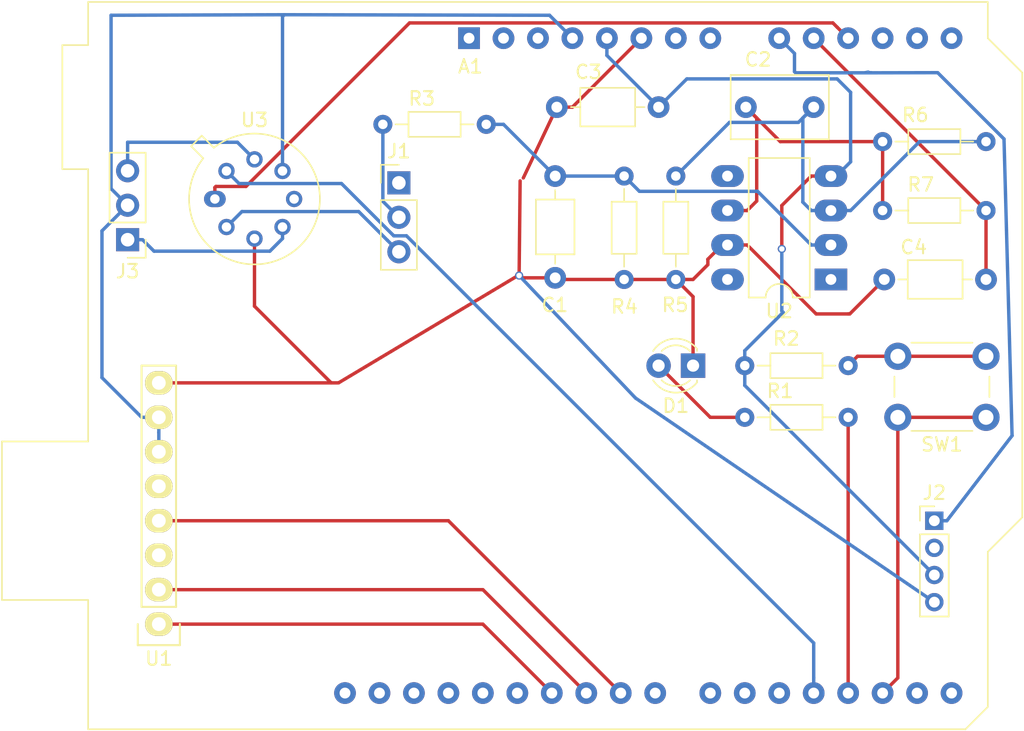
<source format=kicad_pcb>
(kicad_pcb (version 20171130) (host pcbnew 5.1.5-52549c5~84~ubuntu19.10.1)

  (general
    (thickness 1.6)
    (drawings 1)
    (tracks 146)
    (zones 0)
    (modules 20)
    (nets 50)
  )

  (page A4)
  (title_block
    (date "lun. 30 mars 2015")
  )

  (layers
    (0 F.Cu signal)
    (31 B.Cu signal)
    (32 B.Adhes user)
    (33 F.Adhes user)
    (34 B.Paste user)
    (35 F.Paste user)
    (36 B.SilkS user)
    (37 F.SilkS user)
    (38 B.Mask user)
    (39 F.Mask user)
    (40 Dwgs.User user)
    (41 Cmts.User user)
    (42 Eco1.User user)
    (43 Eco2.User user)
    (44 Edge.Cuts user)
    (45 Margin user)
    (46 B.CrtYd user)
    (47 F.CrtYd user)
    (48 B.Fab user)
    (49 F.Fab user)
  )

  (setup
    (last_trace_width 0.25)
    (trace_clearance 0.2)
    (zone_clearance 0.508)
    (zone_45_only no)
    (trace_min 0.2)
    (via_size 0.6)
    (via_drill 0.4)
    (via_min_size 0.4)
    (via_min_drill 0.3)
    (uvia_size 0.3)
    (uvia_drill 0.1)
    (uvias_allowed no)
    (uvia_min_size 0.2)
    (uvia_min_drill 0.1)
    (edge_width 0.15)
    (segment_width 0.15)
    (pcb_text_width 0.3)
    (pcb_text_size 1.5 1.5)
    (mod_edge_width 0.15)
    (mod_text_size 1 1)
    (mod_text_width 0.15)
    (pad_size 4.064 4.064)
    (pad_drill 3.048)
    (pad_to_mask_clearance 0)
    (solder_mask_min_width 0.25)
    (aux_axis_origin 110.998 126.365)
    (visible_elements 7FFFFFFF)
    (pcbplotparams
      (layerselection 0x00030_80000001)
      (usegerberextensions false)
      (usegerberattributes false)
      (usegerberadvancedattributes false)
      (creategerberjobfile false)
      (excludeedgelayer true)
      (linewidth 0.100000)
      (plotframeref false)
      (viasonmask false)
      (mode 1)
      (useauxorigin false)
      (hpglpennumber 1)
      (hpglpenspeed 20)
      (hpglpendiameter 15.000000)
      (psnegative false)
      (psa4output false)
      (plotreference true)
      (plotvalue true)
      (plotinvisibletext false)
      (padsonsilk false)
      (subtractmaskfromsilk false)
      (outputformat 1)
      (mirror false)
      (drillshape 1)
      (scaleselection 1)
      (outputdirectory ""))
  )

  (net 0 "")
  (net 1 +5V)
  (net 2 GND)
  (net 3 "Net-(A1-Pad16)")
  (net 4 "Net-(A1-Pad15)")
  (net 5 "Net-(A1-Pad30)")
  (net 6 "Net-(A1-Pad14)")
  (net 7 "Net-(A1-Pad29)")
  (net 8 "Net-(A1-Pad13)")
  (net 9 "Net-(A1-Pad28)")
  (net 10 "Net-(A1-Pad12)")
  (net 11 RST)
  (net 12 Tx)
  (net 13 Rx)
  (net 14 "Net-(A1-Pad8)")
  (net 15 "Net-(A1-Pad23)")
  (net 16 "Net-(A1-Pad7)")
  (net 17 "Net-(A1-Pad22)")
  (net 18 "Net-(A1-Pad21)")
  (net 19 "Net-(A1-Pad20)")
  (net 20 "Net-(A1-Pad3)")
  (net 21 "Net-(A1-Pad2)")
  (net 22 "Net-(A1-Pad1)")
  (net 23 "Net-(A1-Pad31)")
  (net 24 "Net-(A1-Pad32)")
  (net 25 "Net-(J2-Pad2)")
  (net 26 A0)
  (net 27 D3)
  (net 28 D2)
  (net 29 "Net-(D1-Pad2)")
  (net 30 "Net-(R1-Pad1)")
  (net 31 "Net-(A1-Pad27)")
  (net 32 +3V3)
  (net 33 "Net-(U1-Pad5)")
  (net 34 "Net-(U1-Pad3)")
  (net 35 A1)
  (net 36 "Net-(C1-Pad1)")
  (net 37 "Net-(C2-Pad2)")
  (net 38 "Net-(C2-Pad1)")
  (net 39 "Net-(U2-Pad8)")
  (net 40 "Net-(U2-Pad5)")
  (net 41 "Net-(U2-Pad1)")
  (net 42 CapTemp)
  (net 43 RChauff)
  (net 44 "Net-(J1-Pad3)")
  (net 45 Rsensor)
  (net 46 "Net-(J1-Pad1)")
  (net 47 "Net-(J3-Pad3)")
  (net 48 "Net-(J3-Pad1)")
  (net 49 "Net-(U3-Pad5)")

  (net_class Default "This is the default net class."
    (clearance 0.2)
    (trace_width 0.25)
    (via_dia 0.6)
    (via_drill 0.4)
    (uvia_dia 0.3)
    (uvia_drill 0.1)
    (add_net +3V3)
    (add_net +5V)
    (add_net A0)
    (add_net A1)
    (add_net CapTemp)
    (add_net D2)
    (add_net D3)
    (add_net GND)
    (add_net "Net-(A1-Pad1)")
    (add_net "Net-(A1-Pad12)")
    (add_net "Net-(A1-Pad13)")
    (add_net "Net-(A1-Pad14)")
    (add_net "Net-(A1-Pad15)")
    (add_net "Net-(A1-Pad16)")
    (add_net "Net-(A1-Pad2)")
    (add_net "Net-(A1-Pad20)")
    (add_net "Net-(A1-Pad21)")
    (add_net "Net-(A1-Pad22)")
    (add_net "Net-(A1-Pad23)")
    (add_net "Net-(A1-Pad27)")
    (add_net "Net-(A1-Pad28)")
    (add_net "Net-(A1-Pad29)")
    (add_net "Net-(A1-Pad3)")
    (add_net "Net-(A1-Pad30)")
    (add_net "Net-(A1-Pad31)")
    (add_net "Net-(A1-Pad32)")
    (add_net "Net-(A1-Pad7)")
    (add_net "Net-(A1-Pad8)")
    (add_net "Net-(C1-Pad1)")
    (add_net "Net-(C2-Pad1)")
    (add_net "Net-(C2-Pad2)")
    (add_net "Net-(D1-Pad2)")
    (add_net "Net-(J1-Pad1)")
    (add_net "Net-(J1-Pad3)")
    (add_net "Net-(J2-Pad2)")
    (add_net "Net-(J3-Pad1)")
    (add_net "Net-(J3-Pad3)")
    (add_net "Net-(R1-Pad1)")
    (add_net "Net-(U1-Pad3)")
    (add_net "Net-(U1-Pad5)")
    (add_net "Net-(U2-Pad1)")
    (add_net "Net-(U2-Pad5)")
    (add_net "Net-(U2-Pad8)")
    (add_net "Net-(U3-Pad5)")
    (add_net RChauff)
    (add_net RST)
    (add_net Rsensor)
    (add_net Rx)
    (add_net Tx)
  )

  (module Package_TO_SOT_THT:TO-5-8 (layer F.Cu) (tedit 5A02FF81) (tstamp 5E281D0E)
    (at 120.97 86.78)
    (descr TO-5-8)
    (tags TO-5-8)
    (path /5E2923FF)
    (fp_text reference U3 (at 2.92 -5.82) (layer F.SilkS)
      (effects (font (size 1 1) (thickness 0.15)))
    )
    (fp_text value GazSensor (at 2.92 5.82) (layer F.Fab)
      (effects (font (size 1 1) (thickness 0.15)))
    )
    (fp_arc (start 2.92 0) (end -0.077084 -3.774902) (angle 346.9) (layer F.SilkS) (width 0.12))
    (fp_arc (start 2.92 0) (end -0.085408 -3.61352) (angle 349.5) (layer F.Fab) (width 0.1))
    (fp_circle (center 2.92 0) (end 7.17 0) (layer F.Fab) (width 0.1))
    (fp_line (start 7.87 -4.95) (end -2.04 -4.95) (layer F.CrtYd) (width 0.05))
    (fp_line (start 7.87 4.95) (end 7.87 -4.95) (layer F.CrtYd) (width 0.05))
    (fp_line (start -2.04 4.95) (end 7.87 4.95) (layer F.CrtYd) (width 0.05))
    (fp_line (start -2.04 -4.95) (end -2.04 4.95) (layer F.CrtYd) (width 0.05))
    (fp_line (start -1.745856 -3.888039) (end -0.854902 -2.997084) (layer F.SilkS) (width 0.12))
    (fp_line (start -0.968039 -4.665856) (end -1.745856 -3.888039) (layer F.SilkS) (width 0.12))
    (fp_line (start -0.077084 -3.774902) (end -0.968039 -4.665856) (layer F.SilkS) (width 0.12))
    (fp_line (start -1.499621 -3.81151) (end -0.69352 -3.005408) (layer F.Fab) (width 0.1))
    (fp_line (start -0.89151 -4.419621) (end -1.499621 -3.81151) (layer F.Fab) (width 0.1))
    (fp_line (start -0.085408 -3.61352) (end -0.89151 -4.419621) (layer F.Fab) (width 0.1))
    (fp_text user %R (at 2.92 -5.82) (layer F.Fab)
      (effects (font (size 1 1) (thickness 0.15)))
    )
    (pad 8 thru_hole oval (at 0.855248 -2.064752) (size 1.2 1.2) (drill 0.7) (layers *.Cu *.Mask)
      (net 43 RChauff))
    (pad 7 thru_hole oval (at 2.92 -2.92) (size 1.2 1.2) (drill 0.7) (layers *.Cu *.Mask)
      (net 47 "Net-(J3-Pad3)"))
    (pad 6 thru_hole oval (at 4.984752 -2.064752) (size 1.2 1.2) (drill 0.7) (layers *.Cu *.Mask)
      (net 32 +3V3))
    (pad 5 thru_hole oval (at 5.84 0) (size 1.2 1.2) (drill 0.7) (layers *.Cu *.Mask)
      (net 49 "Net-(U3-Pad5)"))
    (pad 4 thru_hole oval (at 4.984752 2.064752) (size 1.2 1.2) (drill 0.7) (layers *.Cu *.Mask)
      (net 48 "Net-(J3-Pad1)"))
    (pad 3 thru_hole oval (at 2.92 2.92) (size 1.2 1.2) (drill 0.7) (layers *.Cu *.Mask)
      (net 2 GND))
    (pad 2 thru_hole oval (at 0.855248 2.064752) (size 1.2 1.2) (drill 0.7) (layers *.Cu *.Mask)
      (net 44 "Net-(J1-Pad3)"))
    (pad 1 thru_hole oval (at 0 0) (size 1.6 1.2) (drill 0.7) (layers *.Cu *.Mask)
      (net 42 CapTemp))
    (model ${KISYS3DMOD}/Package_TO_SOT_THT.3dshapes/TO-5-8.wrl
      (at (xyz 0 0 0))
      (scale (xyz 1 1 1))
      (rotate (xyz 0 0 0))
    )
  )

  (module Connector_PinHeader_2.54mm:PinHeader_1x03_P2.54mm_Vertical (layer F.Cu) (tedit 59FED5CC) (tstamp 5E281B22)
    (at 114.54 89.78 180)
    (descr "Through hole straight pin header, 1x03, 2.54mm pitch, single row")
    (tags "Through hole pin header THT 1x03 2.54mm single row")
    (path /5E2A4615)
    (fp_text reference J3 (at 0 -2.33) (layer F.SilkS)
      (effects (font (size 1 1) (thickness 0.15)))
    )
    (fp_text value Conn_01x03 (at 0 7.41) (layer F.Fab)
      (effects (font (size 1 1) (thickness 0.15)))
    )
    (fp_text user %R (at 0 2.54 90) (layer F.Fab)
      (effects (font (size 1 1) (thickness 0.15)))
    )
    (fp_line (start 1.8 -1.8) (end -1.8 -1.8) (layer F.CrtYd) (width 0.05))
    (fp_line (start 1.8 6.85) (end 1.8 -1.8) (layer F.CrtYd) (width 0.05))
    (fp_line (start -1.8 6.85) (end 1.8 6.85) (layer F.CrtYd) (width 0.05))
    (fp_line (start -1.8 -1.8) (end -1.8 6.85) (layer F.CrtYd) (width 0.05))
    (fp_line (start -1.33 -1.33) (end 0 -1.33) (layer F.SilkS) (width 0.12))
    (fp_line (start -1.33 0) (end -1.33 -1.33) (layer F.SilkS) (width 0.12))
    (fp_line (start -1.33 1.27) (end 1.33 1.27) (layer F.SilkS) (width 0.12))
    (fp_line (start 1.33 1.27) (end 1.33 6.41) (layer F.SilkS) (width 0.12))
    (fp_line (start -1.33 1.27) (end -1.33 6.41) (layer F.SilkS) (width 0.12))
    (fp_line (start -1.33 6.41) (end 1.33 6.41) (layer F.SilkS) (width 0.12))
    (fp_line (start -1.27 -0.635) (end -0.635 -1.27) (layer F.Fab) (width 0.1))
    (fp_line (start -1.27 6.35) (end -1.27 -0.635) (layer F.Fab) (width 0.1))
    (fp_line (start 1.27 6.35) (end -1.27 6.35) (layer F.Fab) (width 0.1))
    (fp_line (start 1.27 -1.27) (end 1.27 6.35) (layer F.Fab) (width 0.1))
    (fp_line (start -0.635 -1.27) (end 1.27 -1.27) (layer F.Fab) (width 0.1))
    (pad 3 thru_hole oval (at 0 5.08 180) (size 1.7 1.7) (drill 1) (layers *.Cu *.Mask)
      (net 47 "Net-(J3-Pad3)"))
    (pad 2 thru_hole oval (at 0 2.54 180) (size 1.7 1.7) (drill 1) (layers *.Cu *.Mask)
      (net 32 +3V3))
    (pad 1 thru_hole rect (at 0 0 180) (size 1.7 1.7) (drill 1) (layers *.Cu *.Mask)
      (net 48 "Net-(J3-Pad1)"))
    (model ${KISYS3DMOD}/Connector_PinHeader_2.54mm.3dshapes/PinHeader_1x03_P2.54mm_Vertical.wrl
      (at (xyz 0 0 0))
      (scale (xyz 1 1 1))
      (rotate (xyz 0 0 0))
    )
  )

  (module Connector_PinHeader_2.54mm:PinHeader_1x03_P2.54mm_Vertical (layer F.Cu) (tedit 59FED5CC) (tstamp 5E281ADD)
    (at 134.53 85.59)
    (descr "Through hole straight pin header, 1x03, 2.54mm pitch, single row")
    (tags "Through hole pin header THT 1x03 2.54mm single row")
    (path /5E2A2EA3)
    (fp_text reference J1 (at 0 -2.33) (layer F.SilkS)
      (effects (font (size 1 1) (thickness 0.15)))
    )
    (fp_text value Conn_01x03 (at 0 7.41) (layer F.Fab)
      (effects (font (size 1 1) (thickness 0.15)))
    )
    (fp_text user %R (at 0 2.54 90) (layer F.Fab)
      (effects (font (size 1 1) (thickness 0.15)))
    )
    (fp_line (start 1.8 -1.8) (end -1.8 -1.8) (layer F.CrtYd) (width 0.05))
    (fp_line (start 1.8 6.85) (end 1.8 -1.8) (layer F.CrtYd) (width 0.05))
    (fp_line (start -1.8 6.85) (end 1.8 6.85) (layer F.CrtYd) (width 0.05))
    (fp_line (start -1.8 -1.8) (end -1.8 6.85) (layer F.CrtYd) (width 0.05))
    (fp_line (start -1.33 -1.33) (end 0 -1.33) (layer F.SilkS) (width 0.12))
    (fp_line (start -1.33 0) (end -1.33 -1.33) (layer F.SilkS) (width 0.12))
    (fp_line (start -1.33 1.27) (end 1.33 1.27) (layer F.SilkS) (width 0.12))
    (fp_line (start 1.33 1.27) (end 1.33 6.41) (layer F.SilkS) (width 0.12))
    (fp_line (start -1.33 1.27) (end -1.33 6.41) (layer F.SilkS) (width 0.12))
    (fp_line (start -1.33 6.41) (end 1.33 6.41) (layer F.SilkS) (width 0.12))
    (fp_line (start -1.27 -0.635) (end -0.635 -1.27) (layer F.Fab) (width 0.1))
    (fp_line (start -1.27 6.35) (end -1.27 -0.635) (layer F.Fab) (width 0.1))
    (fp_line (start 1.27 6.35) (end -1.27 6.35) (layer F.Fab) (width 0.1))
    (fp_line (start 1.27 -1.27) (end 1.27 6.35) (layer F.Fab) (width 0.1))
    (fp_line (start -0.635 -1.27) (end 1.27 -1.27) (layer F.Fab) (width 0.1))
    (pad 3 thru_hole oval (at 0 5.08) (size 1.7 1.7) (drill 1) (layers *.Cu *.Mask)
      (net 44 "Net-(J1-Pad3)"))
    (pad 2 thru_hole oval (at 0 2.54) (size 1.7 1.7) (drill 1) (layers *.Cu *.Mask)
      (net 45 Rsensor))
    (pad 1 thru_hole rect (at 0 0) (size 1.7 1.7) (drill 1) (layers *.Cu *.Mask)
      (net 46 "Net-(J1-Pad1)"))
    (model ${KISYS3DMOD}/Connector_PinHeader_2.54mm.3dshapes/PinHeader_1x03_P2.54mm_Vertical.wrl
      (at (xyz 0 0 0))
      (scale (xyz 1 1 1))
      (rotate (xyz 0 0 0))
    )
  )

  (module Resistor_THT:R_Axial_DIN0204_L3.6mm_D1.6mm_P7.62mm_Horizontal (layer F.Cu) (tedit 5AE5139B) (tstamp 5DDC0CA7)
    (at 167.64 99.06 180)
    (descr "Resistor, Axial_DIN0204 series, Axial, Horizontal, pin pitch=7.62mm, 0.167W, length*diameter=3.6*1.6mm^2, http://cdn-reichelt.de/documents/datenblatt/B400/1_4W%23YAG.pdf")
    (tags "Resistor Axial_DIN0204 series Axial Horizontal pin pitch 7.62mm 0.167W length 3.6mm diameter 1.6mm")
    (path /5DDC34ED)
    (fp_text reference R1 (at 5.02 -1.87) (layer F.SilkS)
      (effects (font (size 1 1) (thickness 0.15)))
    )
    (fp_text value 10k (at 1.62 2.05) (layer F.Fab)
      (effects (font (size 1 1) (thickness 0.15)))
    )
    (fp_text user %R (at 3.64 0.03) (layer F.Fab)
      (effects (font (size 1 1) (thickness 0.15)))
    )
    (fp_line (start 8.57 -1.05) (end -0.95 -1.05) (layer F.CrtYd) (width 0.05))
    (fp_line (start 8.57 1.05) (end 8.57 -1.05) (layer F.CrtYd) (width 0.05))
    (fp_line (start -0.95 1.05) (end 8.57 1.05) (layer F.CrtYd) (width 0.05))
    (fp_line (start -0.95 -1.05) (end -0.95 1.05) (layer F.CrtYd) (width 0.05))
    (fp_line (start 6.68 0) (end 5.73 0) (layer F.SilkS) (width 0.12))
    (fp_line (start 0.94 0) (end 1.89 0) (layer F.SilkS) (width 0.12))
    (fp_line (start 5.73 -0.92) (end 1.89 -0.92) (layer F.SilkS) (width 0.12))
    (fp_line (start 5.73 0.92) (end 5.73 -0.92) (layer F.SilkS) (width 0.12))
    (fp_line (start 1.89 0.92) (end 5.73 0.92) (layer F.SilkS) (width 0.12))
    (fp_line (start 1.89 -0.92) (end 1.89 0.92) (layer F.SilkS) (width 0.12))
    (fp_line (start 7.62 0) (end 5.61 0) (layer F.Fab) (width 0.1))
    (fp_line (start 0 0) (end 2.01 0) (layer F.Fab) (width 0.1))
    (fp_line (start 5.61 -0.8) (end 2.01 -0.8) (layer F.Fab) (width 0.1))
    (fp_line (start 5.61 0.8) (end 5.61 -0.8) (layer F.Fab) (width 0.1))
    (fp_line (start 2.01 0.8) (end 5.61 0.8) (layer F.Fab) (width 0.1))
    (fp_line (start 2.01 -0.8) (end 2.01 0.8) (layer F.Fab) (width 0.1))
    (pad 2 thru_hole oval (at 7.62 0 180) (size 1.4 1.4) (drill 0.7) (layers *.Cu *.Mask)
      (net 1 +5V))
    (pad 1 thru_hole circle (at 0 0 180) (size 1.4 1.4) (drill 0.7) (layers *.Cu *.Mask)
      (net 30 "Net-(R1-Pad1)"))
    (model ${KISYS3DMOD}/Resistor_THT.3dshapes/R_Axial_DIN0204_L3.6mm_D1.6mm_P7.62mm_Horizontal.wrl
      (at (xyz 0 0 0))
      (scale (xyz 1 1 1))
      (rotate (xyz 0 0 0))
    )
  )

  (module Resistor_THT:R_Axial_DIN0204_L3.6mm_D1.6mm_P7.62mm_Horizontal (layer F.Cu) (tedit 5AE5139B) (tstamp 5DDC0CBE)
    (at 160.02 102.87)
    (descr "Resistor, Axial_DIN0204 series, Axial, Horizontal, pin pitch=7.62mm, 0.167W, length*diameter=3.6*1.6mm^2, http://cdn-reichelt.de/documents/datenblatt/B400/1_4W%23YAG.pdf")
    (tags "Resistor Axial_DIN0204 series Axial Horizontal pin pitch 7.62mm 0.167W length 3.6mm diameter 1.6mm")
    (path /5DDCE033)
    (fp_text reference R2 (at 3.06 -5.8) (layer F.SilkS)
      (effects (font (size 1 1) (thickness 0.15)))
    )
    (fp_text value 330 (at 5.25 -1.88) (layer F.Fab)
      (effects (font (size 1 1) (thickness 0.15)))
    )
    (fp_line (start 2.01 -0.8) (end 2.01 0.8) (layer F.Fab) (width 0.1))
    (fp_line (start 2.01 0.8) (end 5.61 0.8) (layer F.Fab) (width 0.1))
    (fp_line (start 5.61 0.8) (end 5.61 -0.8) (layer F.Fab) (width 0.1))
    (fp_line (start 5.61 -0.8) (end 2.01 -0.8) (layer F.Fab) (width 0.1))
    (fp_line (start 0 0) (end 2.01 0) (layer F.Fab) (width 0.1))
    (fp_line (start 7.62 0) (end 5.61 0) (layer F.Fab) (width 0.1))
    (fp_line (start 1.89 -0.92) (end 1.89 0.92) (layer F.SilkS) (width 0.12))
    (fp_line (start 1.89 0.92) (end 5.73 0.92) (layer F.SilkS) (width 0.12))
    (fp_line (start 5.73 0.92) (end 5.73 -0.92) (layer F.SilkS) (width 0.12))
    (fp_line (start 5.73 -0.92) (end 1.89 -0.92) (layer F.SilkS) (width 0.12))
    (fp_line (start 0.94 0) (end 1.89 0) (layer F.SilkS) (width 0.12))
    (fp_line (start 6.68 0) (end 5.73 0) (layer F.SilkS) (width 0.12))
    (fp_line (start -0.95 -1.05) (end -0.95 1.05) (layer F.CrtYd) (width 0.05))
    (fp_line (start -0.95 1.05) (end 8.57 1.05) (layer F.CrtYd) (width 0.05))
    (fp_line (start 8.57 1.05) (end 8.57 -1.05) (layer F.CrtYd) (width 0.05))
    (fp_line (start 8.57 -1.05) (end -0.95 -1.05) (layer F.CrtYd) (width 0.05))
    (fp_text user %R (at 3.81 0) (layer F.Fab)
      (effects (font (size 0.72 0.72) (thickness 0.108)))
    )
    (pad 1 thru_hole circle (at 0 0) (size 1.4 1.4) (drill 0.7) (layers *.Cu *.Mask)
      (net 29 "Net-(D1-Pad2)"))
    (pad 2 thru_hole oval (at 7.62 0) (size 1.4 1.4) (drill 0.7) (layers *.Cu *.Mask)
      (net 27 D3))
    (model ${KISYS3DMOD}/Resistor_THT.3dshapes/R_Axial_DIN0204_L3.6mm_D1.6mm_P7.62mm_Horizontal.wrl
      (at (xyz 0 0 0))
      (scale (xyz 1 1 1))
      (rotate (xyz 0 0 0))
    )
  )

  (module Resistor_THT:R_Axial_DIN0204_L3.6mm_D1.6mm_P7.62mm_Horizontal (layer F.Cu) (tedit 5AE5139B) (tstamp 5DE7A5C0)
    (at 140.97 81.28 180)
    (descr "Resistor, Axial_DIN0204 series, Axial, Horizontal, pin pitch=7.62mm, 0.167W, length*diameter=3.6*1.6mm^2, http://cdn-reichelt.de/documents/datenblatt/B400/1_4W%23YAG.pdf")
    (tags "Resistor Axial_DIN0204 series Axial Horizontal pin pitch 7.62mm 0.167W length 3.6mm diameter 1.6mm")
    (path /5DE7D95D)
    (fp_text reference R3 (at 4.75 1.9) (layer F.SilkS)
      (effects (font (size 1 1) (thickness 0.15)))
    )
    (fp_text value 10k (at 1.81 1.96) (layer F.Fab)
      (effects (font (size 1 1) (thickness 0.15)))
    )
    (fp_text user %R (at 3.81 0) (layer F.Fab)
      (effects (font (size 0.72 0.72) (thickness 0.108)))
    )
    (fp_line (start 8.57 -1.05) (end -0.95 -1.05) (layer F.CrtYd) (width 0.05))
    (fp_line (start 8.57 1.05) (end 8.57 -1.05) (layer F.CrtYd) (width 0.05))
    (fp_line (start -0.95 1.05) (end 8.57 1.05) (layer F.CrtYd) (width 0.05))
    (fp_line (start -0.95 -1.05) (end -0.95 1.05) (layer F.CrtYd) (width 0.05))
    (fp_line (start 6.68 0) (end 5.73 0) (layer F.SilkS) (width 0.12))
    (fp_line (start 0.94 0) (end 1.89 0) (layer F.SilkS) (width 0.12))
    (fp_line (start 5.73 -0.92) (end 1.89 -0.92) (layer F.SilkS) (width 0.12))
    (fp_line (start 5.73 0.92) (end 5.73 -0.92) (layer F.SilkS) (width 0.12))
    (fp_line (start 1.89 0.92) (end 5.73 0.92) (layer F.SilkS) (width 0.12))
    (fp_line (start 1.89 -0.92) (end 1.89 0.92) (layer F.SilkS) (width 0.12))
    (fp_line (start 7.62 0) (end 5.61 0) (layer F.Fab) (width 0.1))
    (fp_line (start 0 0) (end 2.01 0) (layer F.Fab) (width 0.1))
    (fp_line (start 5.61 -0.8) (end 2.01 -0.8) (layer F.Fab) (width 0.1))
    (fp_line (start 5.61 0.8) (end 5.61 -0.8) (layer F.Fab) (width 0.1))
    (fp_line (start 2.01 0.8) (end 5.61 0.8) (layer F.Fab) (width 0.1))
    (fp_line (start 2.01 -0.8) (end 2.01 0.8) (layer F.Fab) (width 0.1))
    (pad 2 thru_hole oval (at 7.62 0 180) (size 1.4 1.4) (drill 0.7) (layers *.Cu *.Mask)
      (net 45 Rsensor))
    (pad 1 thru_hole circle (at 0 0 180) (size 1.4 1.4) (drill 0.7) (layers *.Cu *.Mask)
      (net 36 "Net-(C1-Pad1)"))
    (model ${KISYS3DMOD}/Resistor_THT.3dshapes/R_Axial_DIN0204_L3.6mm_D1.6mm_P7.62mm_Horizontal.wrl
      (at (xyz 0 0 0))
      (scale (xyz 1 1 1))
      (rotate (xyz 0 0 0))
    )
  )

  (module Resistor_THT:R_Axial_DIN0204_L3.6mm_D1.6mm_P7.62mm_Horizontal (layer F.Cu) (tedit 5AE5139B) (tstamp 5DE7A5D7)
    (at 151.13 92.71 90)
    (descr "Resistor, Axial_DIN0204 series, Axial, Horizontal, pin pitch=7.62mm, 0.167W, length*diameter=3.6*1.6mm^2, http://cdn-reichelt.de/documents/datenblatt/B400/1_4W%23YAG.pdf")
    (tags "Resistor Axial_DIN0204 series Axial Horizontal pin pitch 7.62mm 0.167W length 3.6mm diameter 1.6mm")
    (path /5DE7E008)
    (fp_text reference R4 (at -2 0.02 180) (layer F.SilkS)
      (effects (font (size 1 1) (thickness 0.15)))
    )
    (fp_text value 100k (at 3.77 -1.94 90) (layer F.Fab)
      (effects (font (size 1 1) (thickness 0.15)))
    )
    (fp_text user %R (at 3.81 0 180) (layer F.Fab)
      (effects (font (size 0.72 0.72) (thickness 0.108)))
    )
    (fp_line (start 8.57 -1.05) (end -0.95 -1.05) (layer F.CrtYd) (width 0.05))
    (fp_line (start 8.57 1.05) (end 8.57 -1.05) (layer F.CrtYd) (width 0.05))
    (fp_line (start -0.95 1.05) (end 8.57 1.05) (layer F.CrtYd) (width 0.05))
    (fp_line (start -0.95 -1.05) (end -0.95 1.05) (layer F.CrtYd) (width 0.05))
    (fp_line (start 6.68 0) (end 5.73 0) (layer F.SilkS) (width 0.12))
    (fp_line (start 0.94 0) (end 1.89 0) (layer F.SilkS) (width 0.12))
    (fp_line (start 5.73 -0.92) (end 1.89 -0.92) (layer F.SilkS) (width 0.12))
    (fp_line (start 5.73 0.92) (end 5.73 -0.92) (layer F.SilkS) (width 0.12))
    (fp_line (start 1.89 0.92) (end 5.73 0.92) (layer F.SilkS) (width 0.12))
    (fp_line (start 1.89 -0.92) (end 1.89 0.92) (layer F.SilkS) (width 0.12))
    (fp_line (start 7.62 0) (end 5.61 0) (layer F.Fab) (width 0.1))
    (fp_line (start 0 0) (end 2.01 0) (layer F.Fab) (width 0.1))
    (fp_line (start 5.61 -0.8) (end 2.01 -0.8) (layer F.Fab) (width 0.1))
    (fp_line (start 5.61 0.8) (end 5.61 -0.8) (layer F.Fab) (width 0.1))
    (fp_line (start 2.01 0.8) (end 5.61 0.8) (layer F.Fab) (width 0.1))
    (fp_line (start 2.01 -0.8) (end 2.01 0.8) (layer F.Fab) (width 0.1))
    (pad 2 thru_hole oval (at 7.62 0 90) (size 1.4 1.4) (drill 0.7) (layers *.Cu *.Mask)
      (net 36 "Net-(C1-Pad1)"))
    (pad 1 thru_hole circle (at 0 0 90) (size 1.4 1.4) (drill 0.7) (layers *.Cu *.Mask)
      (net 2 GND))
    (model ${KISYS3DMOD}/Resistor_THT.3dshapes/R_Axial_DIN0204_L3.6mm_D1.6mm_P7.62mm_Horizontal.wrl
      (at (xyz 0 0 0))
      (scale (xyz 1 1 1))
      (rotate (xyz 0 0 0))
    )
  )

  (module Resistor_THT:R_Axial_DIN0204_L3.6mm_D1.6mm_P7.62mm_Horizontal (layer F.Cu) (tedit 5AE5139B) (tstamp 5DE7A5EE)
    (at 154.94 92.71 90)
    (descr "Resistor, Axial_DIN0204 series, Axial, Horizontal, pin pitch=7.62mm, 0.167W, length*diameter=3.6*1.6mm^2, http://cdn-reichelt.de/documents/datenblatt/B400/1_4W%23YAG.pdf")
    (tags "Resistor Axial_DIN0204 series Axial Horizontal pin pitch 7.62mm 0.167W length 3.6mm diameter 1.6mm")
    (path /5DE7E6AA)
    (fp_text reference R5 (at -1.88 -0.05 180) (layer F.SilkS)
      (effects (font (size 1 1) (thickness 0.15)))
    )
    (fp_text value 1k (at 3.77 -1.95 90) (layer F.Fab)
      (effects (font (size 1 1) (thickness 0.15)))
    )
    (fp_text user %R (at 3.81 0 180) (layer F.Fab)
      (effects (font (size 0.72 0.72) (thickness 0.108)))
    )
    (fp_line (start 8.57 -1.05) (end -0.95 -1.05) (layer F.CrtYd) (width 0.05))
    (fp_line (start 8.57 1.05) (end 8.57 -1.05) (layer F.CrtYd) (width 0.05))
    (fp_line (start -0.95 1.05) (end 8.57 1.05) (layer F.CrtYd) (width 0.05))
    (fp_line (start -0.95 -1.05) (end -0.95 1.05) (layer F.CrtYd) (width 0.05))
    (fp_line (start 6.68 0) (end 5.73 0) (layer F.SilkS) (width 0.12))
    (fp_line (start 0.94 0) (end 1.89 0) (layer F.SilkS) (width 0.12))
    (fp_line (start 5.73 -0.92) (end 1.89 -0.92) (layer F.SilkS) (width 0.12))
    (fp_line (start 5.73 0.92) (end 5.73 -0.92) (layer F.SilkS) (width 0.12))
    (fp_line (start 1.89 0.92) (end 5.73 0.92) (layer F.SilkS) (width 0.12))
    (fp_line (start 1.89 -0.92) (end 1.89 0.92) (layer F.SilkS) (width 0.12))
    (fp_line (start 7.62 0) (end 5.61 0) (layer F.Fab) (width 0.1))
    (fp_line (start 0 0) (end 2.01 0) (layer F.Fab) (width 0.1))
    (fp_line (start 5.61 -0.8) (end 2.01 -0.8) (layer F.Fab) (width 0.1))
    (fp_line (start 5.61 0.8) (end 5.61 -0.8) (layer F.Fab) (width 0.1))
    (fp_line (start 2.01 0.8) (end 5.61 0.8) (layer F.Fab) (width 0.1))
    (fp_line (start 2.01 -0.8) (end 2.01 0.8) (layer F.Fab) (width 0.1))
    (pad 2 thru_hole oval (at 7.62 0 90) (size 1.4 1.4) (drill 0.7) (layers *.Cu *.Mask)
      (net 38 "Net-(C2-Pad1)"))
    (pad 1 thru_hole circle (at 0 0 90) (size 1.4 1.4) (drill 0.7) (layers *.Cu *.Mask)
      (net 2 GND))
    (model ${KISYS3DMOD}/Resistor_THT.3dshapes/R_Axial_DIN0204_L3.6mm_D1.6mm_P7.62mm_Horizontal.wrl
      (at (xyz 0 0 0))
      (scale (xyz 1 1 1))
      (rotate (xyz 0 0 0))
    )
  )

  (module Resistor_THT:R_Axial_DIN0204_L3.6mm_D1.6mm_P7.62mm_Horizontal (layer F.Cu) (tedit 5AE5139B) (tstamp 5DE7A605)
    (at 170.18 82.55)
    (descr "Resistor, Axial_DIN0204 series, Axial, Horizontal, pin pitch=7.62mm, 0.167W, length*diameter=3.6*1.6mm^2, http://cdn-reichelt.de/documents/datenblatt/B400/1_4W%23YAG.pdf")
    (tags "Resistor Axial_DIN0204 series Axial Horizontal pin pitch 7.62mm 0.167W length 3.6mm diameter 1.6mm")
    (path /5DE7D28B)
    (fp_text reference R6 (at 2.41 -1.96) (layer F.SilkS)
      (effects (font (size 1 1) (thickness 0.15)))
    )
    (fp_text value 100k (at 5.4 -1.91) (layer F.Fab)
      (effects (font (size 1 1) (thickness 0.15)))
    )
    (fp_text user %R (at 3.81 0) (layer F.Fab)
      (effects (font (size 0.72 0.72) (thickness 0.108)))
    )
    (fp_line (start 8.57 -1.05) (end -0.95 -1.05) (layer F.CrtYd) (width 0.05))
    (fp_line (start 8.57 1.05) (end 8.57 -1.05) (layer F.CrtYd) (width 0.05))
    (fp_line (start -0.95 1.05) (end 8.57 1.05) (layer F.CrtYd) (width 0.05))
    (fp_line (start -0.95 -1.05) (end -0.95 1.05) (layer F.CrtYd) (width 0.05))
    (fp_line (start 6.68 0) (end 5.73 0) (layer F.SilkS) (width 0.12))
    (fp_line (start 0.94 0) (end 1.89 0) (layer F.SilkS) (width 0.12))
    (fp_line (start 5.73 -0.92) (end 1.89 -0.92) (layer F.SilkS) (width 0.12))
    (fp_line (start 5.73 0.92) (end 5.73 -0.92) (layer F.SilkS) (width 0.12))
    (fp_line (start 1.89 0.92) (end 5.73 0.92) (layer F.SilkS) (width 0.12))
    (fp_line (start 1.89 -0.92) (end 1.89 0.92) (layer F.SilkS) (width 0.12))
    (fp_line (start 7.62 0) (end 5.61 0) (layer F.Fab) (width 0.1))
    (fp_line (start 0 0) (end 2.01 0) (layer F.Fab) (width 0.1))
    (fp_line (start 5.61 -0.8) (end 2.01 -0.8) (layer F.Fab) (width 0.1))
    (fp_line (start 5.61 0.8) (end 5.61 -0.8) (layer F.Fab) (width 0.1))
    (fp_line (start 2.01 0.8) (end 5.61 0.8) (layer F.Fab) (width 0.1))
    (fp_line (start 2.01 -0.8) (end 2.01 0.8) (layer F.Fab) (width 0.1))
    (pad 2 thru_hole oval (at 7.62 0) (size 1.4 1.4) (drill 0.7) (layers *.Cu *.Mask)
      (net 38 "Net-(C2-Pad1)"))
    (pad 1 thru_hole circle (at 0 0) (size 1.4 1.4) (drill 0.7) (layers *.Cu *.Mask)
      (net 37 "Net-(C2-Pad2)"))
    (model ${KISYS3DMOD}/Resistor_THT.3dshapes/R_Axial_DIN0204_L3.6mm_D1.6mm_P7.62mm_Horizontal.wrl
      (at (xyz 0 0 0))
      (scale (xyz 1 1 1))
      (rotate (xyz 0 0 0))
    )
  )

  (module Resistor_THT:R_Axial_DIN0204_L3.6mm_D1.6mm_P7.62mm_Horizontal (layer F.Cu) (tedit 5AE5139B) (tstamp 5DE7A61C)
    (at 177.8 87.63 180)
    (descr "Resistor, Axial_DIN0204 series, Axial, Horizontal, pin pitch=7.62mm, 0.167W, length*diameter=3.6*1.6mm^2, http://cdn-reichelt.de/documents/datenblatt/B400/1_4W%23YAG.pdf")
    (tags "Resistor Axial_DIN0204 series Axial Horizontal pin pitch 7.62mm 0.167W length 3.6mm diameter 1.6mm")
    (path /5DE7BDA4)
    (fp_text reference R7 (at 4.81 1.91) (layer F.SilkS)
      (effects (font (size 1 1) (thickness 0.15)))
    )
    (fp_text value 1k (at 2.56 1.97) (layer F.Fab)
      (effects (font (size 1 1) (thickness 0.15)))
    )
    (fp_text user %R (at 3.81 0) (layer F.Fab)
      (effects (font (size 0.72 0.72) (thickness 0.108)))
    )
    (fp_line (start 8.57 -1.05) (end -0.95 -1.05) (layer F.CrtYd) (width 0.05))
    (fp_line (start 8.57 1.05) (end 8.57 -1.05) (layer F.CrtYd) (width 0.05))
    (fp_line (start -0.95 1.05) (end 8.57 1.05) (layer F.CrtYd) (width 0.05))
    (fp_line (start -0.95 -1.05) (end -0.95 1.05) (layer F.CrtYd) (width 0.05))
    (fp_line (start 6.68 0) (end 5.73 0) (layer F.SilkS) (width 0.12))
    (fp_line (start 0.94 0) (end 1.89 0) (layer F.SilkS) (width 0.12))
    (fp_line (start 5.73 -0.92) (end 1.89 -0.92) (layer F.SilkS) (width 0.12))
    (fp_line (start 5.73 0.92) (end 5.73 -0.92) (layer F.SilkS) (width 0.12))
    (fp_line (start 1.89 0.92) (end 5.73 0.92) (layer F.SilkS) (width 0.12))
    (fp_line (start 1.89 -0.92) (end 1.89 0.92) (layer F.SilkS) (width 0.12))
    (fp_line (start 7.62 0) (end 5.61 0) (layer F.Fab) (width 0.1))
    (fp_line (start 0 0) (end 2.01 0) (layer F.Fab) (width 0.1))
    (fp_line (start 5.61 -0.8) (end 2.01 -0.8) (layer F.Fab) (width 0.1))
    (fp_line (start 5.61 0.8) (end 5.61 -0.8) (layer F.Fab) (width 0.1))
    (fp_line (start 2.01 0.8) (end 5.61 0.8) (layer F.Fab) (width 0.1))
    (fp_line (start 2.01 -0.8) (end 2.01 0.8) (layer F.Fab) (width 0.1))
    (pad 2 thru_hole oval (at 7.62 0 180) (size 1.4 1.4) (drill 0.7) (layers *.Cu *.Mask)
      (net 37 "Net-(C2-Pad2)"))
    (pad 1 thru_hole circle (at 0 0 180) (size 1.4 1.4) (drill 0.7) (layers *.Cu *.Mask)
      (net 35 A1))
    (model ${KISYS3DMOD}/Resistor_THT.3dshapes/R_Axial_DIN0204_L3.6mm_D1.6mm_P7.62mm_Horizontal.wrl
      (at (xyz 0 0 0))
      (scale (xyz 1 1 1))
      (rotate (xyz 0 0 0))
    )
  )

  (module Module:Arduino_UNO_R3 (layer F.Cu) (tedit 58AB60FC) (tstamp 5DF0B134)
    (at 139.7 74.93)
    (descr "Arduino UNO R3, http://www.mouser.com/pdfdocs/Gravitech_Arduino_Nano3_0.pdf")
    (tags "Arduino UNO R3")
    (path /5DDC2AFB)
    (fp_text reference A1 (at 0.1 2.08 180) (layer F.SilkS)
      (effects (font (size 1 1) (thickness 0.15)))
    )
    (fp_text value Arduino_UNO_R3 (at 0 22.86) (layer F.Fab)
      (effects (font (size 1 1) (thickness 0.15)))
    )
    (fp_line (start -27.94 -2.54) (end 38.1 -2.54) (layer F.Fab) (width 0.1))
    (fp_line (start -27.94 50.8) (end -27.94 -2.54) (layer F.Fab) (width 0.1))
    (fp_line (start 36.58 50.8) (end -27.94 50.8) (layer F.Fab) (width 0.1))
    (fp_line (start 38.1 49.28) (end 36.58 50.8) (layer F.Fab) (width 0.1))
    (fp_line (start 38.1 0) (end 40.64 2.54) (layer F.Fab) (width 0.1))
    (fp_line (start 38.1 -2.54) (end 38.1 0) (layer F.Fab) (width 0.1))
    (fp_line (start 40.64 35.31) (end 38.1 37.85) (layer F.Fab) (width 0.1))
    (fp_line (start 40.64 2.54) (end 40.64 35.31) (layer F.Fab) (width 0.1))
    (fp_line (start 38.1 37.85) (end 38.1 49.28) (layer F.Fab) (width 0.1))
    (fp_line (start -29.84 9.53) (end -29.84 0.64) (layer F.Fab) (width 0.1))
    (fp_line (start -16.51 9.53) (end -29.84 9.53) (layer F.Fab) (width 0.1))
    (fp_line (start -16.51 0.64) (end -16.51 9.53) (layer F.Fab) (width 0.1))
    (fp_line (start -29.84 0.64) (end -16.51 0.64) (layer F.Fab) (width 0.1))
    (fp_line (start -34.29 41.27) (end -34.29 29.84) (layer F.Fab) (width 0.1))
    (fp_line (start -18.41 41.27) (end -34.29 41.27) (layer F.Fab) (width 0.1))
    (fp_line (start -18.41 29.84) (end -18.41 41.27) (layer F.Fab) (width 0.1))
    (fp_line (start -34.29 29.84) (end -18.41 29.84) (layer F.Fab) (width 0.1))
    (fp_line (start 38.23 37.85) (end 40.77 35.31) (layer F.SilkS) (width 0.12))
    (fp_line (start 38.23 49.28) (end 38.23 37.85) (layer F.SilkS) (width 0.12))
    (fp_line (start 36.58 50.93) (end 38.23 49.28) (layer F.SilkS) (width 0.12))
    (fp_line (start -28.07 50.93) (end 36.58 50.93) (layer F.SilkS) (width 0.12))
    (fp_line (start -28.07 41.4) (end -28.07 50.93) (layer F.SilkS) (width 0.12))
    (fp_line (start -34.42 41.4) (end -28.07 41.4) (layer F.SilkS) (width 0.12))
    (fp_line (start -34.42 29.72) (end -34.42 41.4) (layer F.SilkS) (width 0.12))
    (fp_line (start -28.07 29.72) (end -34.42 29.72) (layer F.SilkS) (width 0.12))
    (fp_line (start -28.07 9.65) (end -28.07 29.72) (layer F.SilkS) (width 0.12))
    (fp_line (start -29.97 9.65) (end -28.07 9.65) (layer F.SilkS) (width 0.12))
    (fp_line (start -29.97 0.51) (end -29.97 9.65) (layer F.SilkS) (width 0.12))
    (fp_line (start -28.07 0.51) (end -29.97 0.51) (layer F.SilkS) (width 0.12))
    (fp_line (start -28.07 -2.67) (end -28.07 0.51) (layer F.SilkS) (width 0.12))
    (fp_line (start 38.23 -2.67) (end -28.07 -2.67) (layer F.SilkS) (width 0.12))
    (fp_line (start 38.23 0) (end 38.23 -2.67) (layer F.SilkS) (width 0.12))
    (fp_line (start 40.77 2.54) (end 38.23 0) (layer F.SilkS) (width 0.12))
    (fp_line (start 40.77 35.31) (end 40.77 2.54) (layer F.SilkS) (width 0.12))
    (fp_line (start -28.19 -2.79) (end 38.35 -2.79) (layer F.CrtYd) (width 0.05))
    (fp_line (start -28.19 0.38) (end -28.19 -2.79) (layer F.CrtYd) (width 0.05))
    (fp_line (start -30.1 0.38) (end -28.19 0.38) (layer F.CrtYd) (width 0.05))
    (fp_line (start -30.1 9.78) (end -30.1 0.38) (layer F.CrtYd) (width 0.05))
    (fp_line (start -28.19 9.78) (end -30.1 9.78) (layer F.CrtYd) (width 0.05))
    (fp_line (start -28.19 29.59) (end -28.19 9.78) (layer F.CrtYd) (width 0.05))
    (fp_line (start -34.54 29.59) (end -28.19 29.59) (layer F.CrtYd) (width 0.05))
    (fp_line (start -34.54 41.53) (end -34.54 29.59) (layer F.CrtYd) (width 0.05))
    (fp_line (start -28.19 41.53) (end -34.54 41.53) (layer F.CrtYd) (width 0.05))
    (fp_line (start -28.19 51.05) (end -28.19 41.53) (layer F.CrtYd) (width 0.05))
    (fp_line (start 36.58 51.05) (end -28.19 51.05) (layer F.CrtYd) (width 0.05))
    (fp_line (start 38.35 49.28) (end 36.58 51.05) (layer F.CrtYd) (width 0.05))
    (fp_line (start 38.35 37.85) (end 38.35 49.28) (layer F.CrtYd) (width 0.05))
    (fp_line (start 40.89 35.31) (end 38.35 37.85) (layer F.CrtYd) (width 0.05))
    (fp_line (start 40.89 2.54) (end 40.89 35.31) (layer F.CrtYd) (width 0.05))
    (fp_line (start 38.35 0) (end 40.89 2.54) (layer F.CrtYd) (width 0.05))
    (fp_line (start 38.35 -2.79) (end 38.35 0) (layer F.CrtYd) (width 0.05))
    (fp_text user %R (at -2.1 0.01 180) (layer F.Fab)
      (effects (font (size 1 1) (thickness 0.15)))
    )
    (pad 16 thru_hole oval (at 33.02 48.26 90) (size 1.6 1.6) (drill 0.8) (layers *.Cu *.Mask)
      (net 3 "Net-(A1-Pad16)"))
    (pad 15 thru_hole oval (at 35.56 48.26 90) (size 1.6 1.6) (drill 0.8) (layers *.Cu *.Mask)
      (net 4 "Net-(A1-Pad15)"))
    (pad 30 thru_hole oval (at -4.06 48.26 90) (size 1.6 1.6) (drill 0.8) (layers *.Cu *.Mask)
      (net 5 "Net-(A1-Pad30)"))
    (pad 14 thru_hole oval (at 35.56 0 90) (size 1.6 1.6) (drill 0.8) (layers *.Cu *.Mask)
      (net 6 "Net-(A1-Pad14)"))
    (pad 29 thru_hole oval (at -1.52 48.26 90) (size 1.6 1.6) (drill 0.8) (layers *.Cu *.Mask)
      (net 7 "Net-(A1-Pad29)"))
    (pad 13 thru_hole oval (at 33.02 0 90) (size 1.6 1.6) (drill 0.8) (layers *.Cu *.Mask)
      (net 8 "Net-(A1-Pad13)"))
    (pad 28 thru_hole oval (at 1.02 48.26 90) (size 1.6 1.6) (drill 0.8) (layers *.Cu *.Mask)
      (net 9 "Net-(A1-Pad28)"))
    (pad 12 thru_hole oval (at 30.48 0 90) (size 1.6 1.6) (drill 0.8) (layers *.Cu *.Mask)
      (net 10 "Net-(A1-Pad12)"))
    (pad 27 thru_hole oval (at 3.56 48.26 90) (size 1.6 1.6) (drill 0.8) (layers *.Cu *.Mask)
      (net 31 "Net-(A1-Pad27)"))
    (pad 11 thru_hole oval (at 27.94 0 90) (size 1.6 1.6) (drill 0.8) (layers *.Cu *.Mask)
      (net 42 CapTemp))
    (pad 26 thru_hole oval (at 6.1 48.26 90) (size 1.6 1.6) (drill 0.8) (layers *.Cu *.Mask)
      (net 12 Tx))
    (pad 10 thru_hole oval (at 25.4 0 90) (size 1.6 1.6) (drill 0.8) (layers *.Cu *.Mask)
      (net 35 A1))
    (pad 25 thru_hole oval (at 8.64 48.26 90) (size 1.6 1.6) (drill 0.8) (layers *.Cu *.Mask)
      (net 13 Rx))
    (pad 9 thru_hole oval (at 22.86 0 90) (size 1.6 1.6) (drill 0.8) (layers *.Cu *.Mask)
      (net 26 A0))
    (pad 24 thru_hole oval (at 11.18 48.26 90) (size 1.6 1.6) (drill 0.8) (layers *.Cu *.Mask)
      (net 11 RST))
    (pad 8 thru_hole oval (at 17.78 0 90) (size 1.6 1.6) (drill 0.8) (layers *.Cu *.Mask)
      (net 14 "Net-(A1-Pad8)"))
    (pad 23 thru_hole oval (at 13.72 48.26 90) (size 1.6 1.6) (drill 0.8) (layers *.Cu *.Mask)
      (net 15 "Net-(A1-Pad23)"))
    (pad 7 thru_hole oval (at 15.24 0 90) (size 1.6 1.6) (drill 0.8) (layers *.Cu *.Mask)
      (net 16 "Net-(A1-Pad7)"))
    (pad 22 thru_hole oval (at 17.78 48.26 90) (size 1.6 1.6) (drill 0.8) (layers *.Cu *.Mask)
      (net 17 "Net-(A1-Pad22)"))
    (pad 6 thru_hole oval (at 12.7 0 90) (size 1.6 1.6) (drill 0.8) (layers *.Cu *.Mask)
      (net 2 GND))
    (pad 21 thru_hole oval (at 20.32 48.26 90) (size 1.6 1.6) (drill 0.8) (layers *.Cu *.Mask)
      (net 18 "Net-(A1-Pad21)"))
    (pad 5 thru_hole oval (at 10.16 0 90) (size 1.6 1.6) (drill 0.8) (layers *.Cu *.Mask)
      (net 1 +5V))
    (pad 20 thru_hole oval (at 22.86 48.26 90) (size 1.6 1.6) (drill 0.8) (layers *.Cu *.Mask)
      (net 19 "Net-(A1-Pad20)"))
    (pad 4 thru_hole oval (at 7.62 0 90) (size 1.6 1.6) (drill 0.8) (layers *.Cu *.Mask)
      (net 32 +3V3))
    (pad 19 thru_hole oval (at 25.4 48.26 90) (size 1.6 1.6) (drill 0.8) (layers *.Cu *.Mask)
      (net 43 RChauff))
    (pad 3 thru_hole oval (at 5.08 0 90) (size 1.6 1.6) (drill 0.8) (layers *.Cu *.Mask)
      (net 20 "Net-(A1-Pad3)"))
    (pad 18 thru_hole oval (at 27.94 48.26 90) (size 1.6 1.6) (drill 0.8) (layers *.Cu *.Mask)
      (net 27 D3))
    (pad 2 thru_hole oval (at 2.54 0 90) (size 1.6 1.6) (drill 0.8) (layers *.Cu *.Mask)
      (net 21 "Net-(A1-Pad2)"))
    (pad 17 thru_hole oval (at 30.48 48.26 90) (size 1.6 1.6) (drill 0.8) (layers *.Cu *.Mask)
      (net 28 D2))
    (pad 1 thru_hole rect (at 0 0 90) (size 1.6 1.6) (drill 0.8) (layers *.Cu *.Mask)
      (net 22 "Net-(A1-Pad1)"))
    (pad 31 thru_hole oval (at -6.6 48.26 90) (size 1.6 1.6) (drill 0.8) (layers *.Cu *.Mask)
      (net 23 "Net-(A1-Pad31)"))
    (pad 32 thru_hole oval (at -9.14 48.26 90) (size 1.6 1.6) (drill 0.8) (layers *.Cu *.Mask)
      (net 24 "Net-(A1-Pad32)"))
    (model ${KISYS3DMOD}/Module.3dshapes/Arduino_UNO_R3.wrl
      (at (xyz 0 0 0))
      (scale (xyz 1 1 1))
      (rotate (xyz 0 0 0))
    )
  )

  (module Package_DIP:DIP-8_W7.62mm_LongPads (layer F.Cu) (tedit 5A02E8C5) (tstamp 5DF0C965)
    (at 166.37 92.71 180)
    (descr "8-lead though-hole mounted DIP package, row spacing 7.62 mm (300 mils), LongPads")
    (tags "THT DIP DIL PDIP 2.54mm 7.62mm 300mil LongPads")
    (path /5DE7C650)
    (fp_text reference U2 (at 3.81 -2.33) (layer F.SilkS)
      (effects (font (size 1 1) (thickness 0.15)))
    )
    (fp_text value LTC1050 (at 3.81 9.95) (layer F.Fab)
      (effects (font (size 1 1) (thickness 0.15)))
    )
    (fp_text user %R (at 3.81 3.81) (layer F.Fab)
      (effects (font (size 1 1) (thickness 0.15)))
    )
    (fp_line (start 9.1 -1.55) (end -1.45 -1.55) (layer F.CrtYd) (width 0.05))
    (fp_line (start 9.1 9.15) (end 9.1 -1.55) (layer F.CrtYd) (width 0.05))
    (fp_line (start -1.45 9.15) (end 9.1 9.15) (layer F.CrtYd) (width 0.05))
    (fp_line (start -1.45 -1.55) (end -1.45 9.15) (layer F.CrtYd) (width 0.05))
    (fp_line (start 6.06 -1.33) (end 4.81 -1.33) (layer F.SilkS) (width 0.12))
    (fp_line (start 6.06 8.95) (end 6.06 -1.33) (layer F.SilkS) (width 0.12))
    (fp_line (start 1.56 8.95) (end 6.06 8.95) (layer F.SilkS) (width 0.12))
    (fp_line (start 1.56 -1.33) (end 1.56 8.95) (layer F.SilkS) (width 0.12))
    (fp_line (start 2.81 -1.33) (end 1.56 -1.33) (layer F.SilkS) (width 0.12))
    (fp_line (start 0.635 -0.27) (end 1.635 -1.27) (layer F.Fab) (width 0.1))
    (fp_line (start 0.635 8.89) (end 0.635 -0.27) (layer F.Fab) (width 0.1))
    (fp_line (start 6.985 8.89) (end 0.635 8.89) (layer F.Fab) (width 0.1))
    (fp_line (start 6.985 -1.27) (end 6.985 8.89) (layer F.Fab) (width 0.1))
    (fp_line (start 1.635 -1.27) (end 6.985 -1.27) (layer F.Fab) (width 0.1))
    (fp_arc (start 3.81 -1.33) (end 2.81 -1.33) (angle -180) (layer F.SilkS) (width 0.12))
    (pad 8 thru_hole oval (at 7.62 0 180) (size 2.4 1.6) (drill 0.8) (layers *.Cu *.Mask)
      (net 39 "Net-(U2-Pad8)"))
    (pad 4 thru_hole oval (at 0 7.62 180) (size 2.4 1.6) (drill 0.8) (layers *.Cu *.Mask)
      (net 1 +5V))
    (pad 7 thru_hole oval (at 7.62 2.54 180) (size 2.4 1.6) (drill 0.8) (layers *.Cu *.Mask)
      (net 2 GND))
    (pad 3 thru_hole oval (at 0 5.08 180) (size 2.4 1.6) (drill 0.8) (layers *.Cu *.Mask)
      (net 38 "Net-(C2-Pad1)"))
    (pad 6 thru_hole oval (at 7.62 5.08 180) (size 2.4 1.6) (drill 0.8) (layers *.Cu *.Mask)
      (net 37 "Net-(C2-Pad2)"))
    (pad 2 thru_hole oval (at 0 2.54 180) (size 2.4 1.6) (drill 0.8) (layers *.Cu *.Mask)
      (net 36 "Net-(C1-Pad1)"))
    (pad 5 thru_hole oval (at 7.62 7.62 180) (size 2.4 1.6) (drill 0.8) (layers *.Cu *.Mask)
      (net 40 "Net-(U2-Pad5)"))
    (pad 1 thru_hole rect (at 0 0 180) (size 2.4 1.6) (drill 0.8) (layers *.Cu *.Mask)
      (net 41 "Net-(U2-Pad1)"))
    (model ${KISYS3DMOD}/Package_DIP.3dshapes/DIP-8_W7.62mm.wrl
      (at (xyz 0 0 0))
      (scale (xyz 1 1 1))
      (rotate (xyz 0 0 0))
    )
  )

  (module Capacitor_THT:C_Axial_L3.8mm_D2.6mm_P7.50mm_Horizontal (layer F.Cu) (tedit 5AE50EF0) (tstamp 5DE7A4E9)
    (at 177.8 92.71 180)
    (descr "C, Axial series, Axial, Horizontal, pin pitch=7.5mm, , length*diameter=3.8*2.6mm^2, http://www.vishay.com/docs/45231/arseries.pdf")
    (tags "C Axial series Axial Horizontal pin pitch 7.5mm  length 3.8mm diameter 2.6mm")
    (path /5DE7F32E)
    (fp_text reference C4 (at 5.33 2.38) (layer F.SilkS)
      (effects (font (size 1 1) (thickness 0.15)))
    )
    (fp_text value 100n (at 2.33 2.38) (layer F.Fab)
      (effects (font (size 1 1) (thickness 0.15)))
    )
    (fp_text user %R (at 3.75 0) (layer F.Fab)
      (effects (font (size 0.76 0.76) (thickness 0.114)))
    )
    (fp_line (start 8.55 -1.55) (end -1.05 -1.55) (layer F.CrtYd) (width 0.05))
    (fp_line (start 8.55 1.55) (end 8.55 -1.55) (layer F.CrtYd) (width 0.05))
    (fp_line (start -1.05 1.55) (end 8.55 1.55) (layer F.CrtYd) (width 0.05))
    (fp_line (start -1.05 -1.55) (end -1.05 1.55) (layer F.CrtYd) (width 0.05))
    (fp_line (start 6.46 0) (end 5.77 0) (layer F.SilkS) (width 0.12))
    (fp_line (start 1.04 0) (end 1.73 0) (layer F.SilkS) (width 0.12))
    (fp_line (start 5.77 -1.42) (end 1.73 -1.42) (layer F.SilkS) (width 0.12))
    (fp_line (start 5.77 1.42) (end 5.77 -1.42) (layer F.SilkS) (width 0.12))
    (fp_line (start 1.73 1.42) (end 5.77 1.42) (layer F.SilkS) (width 0.12))
    (fp_line (start 1.73 -1.42) (end 1.73 1.42) (layer F.SilkS) (width 0.12))
    (fp_line (start 7.5 0) (end 5.65 0) (layer F.Fab) (width 0.1))
    (fp_line (start 0 0) (end 1.85 0) (layer F.Fab) (width 0.1))
    (fp_line (start 5.65 -1.3) (end 1.85 -1.3) (layer F.Fab) (width 0.1))
    (fp_line (start 5.65 1.3) (end 5.65 -1.3) (layer F.Fab) (width 0.1))
    (fp_line (start 1.85 1.3) (end 5.65 1.3) (layer F.Fab) (width 0.1))
    (fp_line (start 1.85 -1.3) (end 1.85 1.3) (layer F.Fab) (width 0.1))
    (pad 2 thru_hole oval (at 7.5 0 180) (size 1.6 1.6) (drill 0.8) (layers *.Cu *.Mask)
      (net 2 GND))
    (pad 1 thru_hole circle (at 0 0 180) (size 1.6 1.6) (drill 0.8) (layers *.Cu *.Mask)
      (net 35 A1))
    (model ${KISYS3DMOD}/Capacitor_THT.3dshapes/C_Axial_L3.8mm_D2.6mm_P7.50mm_Horizontal.wrl
      (at (xyz 0 0 0))
      (scale (xyz 1 1 1))
      (rotate (xyz 0 0 0))
    )
  )

  (module Capacitor_THT:C_Axial_L3.8mm_D2.6mm_P7.50mm_Horizontal (layer F.Cu) (tedit 5AE50EF0) (tstamp 5DE7A4D2)
    (at 153.67 80.01 180)
    (descr "C, Axial series, Axial, Horizontal, pin pitch=7.5mm, , length*diameter=3.8*2.6mm^2, http://www.vishay.com/docs/45231/arseries.pdf")
    (tags "C Axial series Axial Horizontal pin pitch 7.5mm  length 3.8mm diameter 2.6mm")
    (path /5DE80278)
    (fp_text reference C3 (at 5.17 2.59) (layer F.SilkS)
      (effects (font (size 1 1) (thickness 0.15)))
    )
    (fp_text value 100n (at 2.06 2.54) (layer F.Fab)
      (effects (font (size 1 1) (thickness 0.15)))
    )
    (fp_text user %R (at 3.75 0) (layer F.Fab)
      (effects (font (size 0.76 0.76) (thickness 0.114)))
    )
    (fp_line (start 8.55 -1.55) (end -1.05 -1.55) (layer F.CrtYd) (width 0.05))
    (fp_line (start 8.55 1.55) (end 8.55 -1.55) (layer F.CrtYd) (width 0.05))
    (fp_line (start -1.05 1.55) (end 8.55 1.55) (layer F.CrtYd) (width 0.05))
    (fp_line (start -1.05 -1.55) (end -1.05 1.55) (layer F.CrtYd) (width 0.05))
    (fp_line (start 6.46 0) (end 5.77 0) (layer F.SilkS) (width 0.12))
    (fp_line (start 1.04 0) (end 1.73 0) (layer F.SilkS) (width 0.12))
    (fp_line (start 5.77 -1.42) (end 1.73 -1.42) (layer F.SilkS) (width 0.12))
    (fp_line (start 5.77 1.42) (end 5.77 -1.42) (layer F.SilkS) (width 0.12))
    (fp_line (start 1.73 1.42) (end 5.77 1.42) (layer F.SilkS) (width 0.12))
    (fp_line (start 1.73 -1.42) (end 1.73 1.42) (layer F.SilkS) (width 0.12))
    (fp_line (start 7.5 0) (end 5.65 0) (layer F.Fab) (width 0.1))
    (fp_line (start 0 0) (end 1.85 0) (layer F.Fab) (width 0.1))
    (fp_line (start 5.65 -1.3) (end 1.85 -1.3) (layer F.Fab) (width 0.1))
    (fp_line (start 5.65 1.3) (end 5.65 -1.3) (layer F.Fab) (width 0.1))
    (fp_line (start 1.85 1.3) (end 5.65 1.3) (layer F.Fab) (width 0.1))
    (fp_line (start 1.85 -1.3) (end 1.85 1.3) (layer F.Fab) (width 0.1))
    (pad 2 thru_hole oval (at 7.5 0 180) (size 1.6 1.6) (drill 0.8) (layers *.Cu *.Mask)
      (net 2 GND))
    (pad 1 thru_hole circle (at 0 0 180) (size 1.6 1.6) (drill 0.8) (layers *.Cu *.Mask)
      (net 1 +5V))
    (model ${KISYS3DMOD}/Capacitor_THT.3dshapes/C_Axial_L3.8mm_D2.6mm_P7.50mm_Horizontal.wrl
      (at (xyz 0 0 0))
      (scale (xyz 1 1 1))
      (rotate (xyz 0 0 0))
    )
  )

  (module Capacitor_THT:C_Rect_L7.0mm_W4.5mm_P5.00mm (layer F.Cu) (tedit 5AE50EF0) (tstamp 5DE7A4BB)
    (at 165.1 80.01 180)
    (descr "C, Rect series, Radial, pin pitch=5.00mm, , length*width=7*4.5mm^2, Capacitor")
    (tags "C Rect series Radial pin pitch 5.00mm  length 7mm width 4.5mm Capacitor")
    (path /5DE7FA7C)
    (fp_text reference C2 (at 4.1 3.51) (layer F.SilkS)
      (effects (font (size 1 1) (thickness 0.15)))
    )
    (fp_text value 1µ (at 1.27 3.57) (layer F.Fab)
      (effects (font (size 1 1) (thickness 0.15)))
    )
    (fp_text user %R (at 2.5 0) (layer F.Fab)
      (effects (font (size 1 1) (thickness 0.15)))
    )
    (fp_line (start 6.25 -2.5) (end -1.25 -2.5) (layer F.CrtYd) (width 0.05))
    (fp_line (start 6.25 2.5) (end 6.25 -2.5) (layer F.CrtYd) (width 0.05))
    (fp_line (start -1.25 2.5) (end 6.25 2.5) (layer F.CrtYd) (width 0.05))
    (fp_line (start -1.25 -2.5) (end -1.25 2.5) (layer F.CrtYd) (width 0.05))
    (fp_line (start 6.12 -2.37) (end 6.12 2.37) (layer F.SilkS) (width 0.12))
    (fp_line (start -1.12 -2.37) (end -1.12 2.37) (layer F.SilkS) (width 0.12))
    (fp_line (start -1.12 2.37) (end 6.12 2.37) (layer F.SilkS) (width 0.12))
    (fp_line (start -1.12 -2.37) (end 6.12 -2.37) (layer F.SilkS) (width 0.12))
    (fp_line (start 6 -2.25) (end -1 -2.25) (layer F.Fab) (width 0.1))
    (fp_line (start 6 2.25) (end 6 -2.25) (layer F.Fab) (width 0.1))
    (fp_line (start -1 2.25) (end 6 2.25) (layer F.Fab) (width 0.1))
    (fp_line (start -1 -2.25) (end -1 2.25) (layer F.Fab) (width 0.1))
    (pad 2 thru_hole circle (at 5 0 180) (size 1.6 1.6) (drill 0.8) (layers *.Cu *.Mask)
      (net 37 "Net-(C2-Pad2)"))
    (pad 1 thru_hole circle (at 0 0 180) (size 1.6 1.6) (drill 0.8) (layers *.Cu *.Mask)
      (net 38 "Net-(C2-Pad1)"))
    (model ${KISYS3DMOD}/Capacitor_THT.3dshapes/C_Rect_L7.0mm_W4.5mm_P5.00mm.wrl
      (at (xyz 0 0 0))
      (scale (xyz 1 1 1))
      (rotate (xyz 0 0 0))
    )
  )

  (module Capacitor_THT:C_Axial_L3.8mm_D2.6mm_P7.50mm_Horizontal (layer F.Cu) (tedit 5AE50EF0) (tstamp 5DE7A4A8)
    (at 146.05 85.09 270)
    (descr "C, Axial series, Axial, Horizontal, pin pitch=7.5mm, , length*diameter=3.8*2.6mm^2, http://www.vishay.com/docs/45231/arseries.pdf")
    (tags "C Axial series Axial Horizontal pin pitch 7.5mm  length 3.8mm diameter 2.6mm")
    (path /5DE7C1DA)
    (fp_text reference C1 (at 9.5 0.03 180) (layer F.SilkS)
      (effects (font (size 1 1) (thickness 0.15)))
    )
    (fp_text value 100n (at 3.75 2.42 90) (layer F.Fab)
      (effects (font (size 1 1) (thickness 0.15)))
    )
    (fp_text user %R (at 3.75 0 180) (layer F.Fab)
      (effects (font (size 0.76 0.76) (thickness 0.114)))
    )
    (fp_line (start 8.55 -1.55) (end -1.05 -1.55) (layer F.CrtYd) (width 0.05))
    (fp_line (start 8.55 1.55) (end 8.55 -1.55) (layer F.CrtYd) (width 0.05))
    (fp_line (start -1.05 1.55) (end 8.55 1.55) (layer F.CrtYd) (width 0.05))
    (fp_line (start -1.05 -1.55) (end -1.05 1.55) (layer F.CrtYd) (width 0.05))
    (fp_line (start 6.46 0) (end 5.77 0) (layer F.SilkS) (width 0.12))
    (fp_line (start 1.04 0) (end 1.73 0) (layer F.SilkS) (width 0.12))
    (fp_line (start 5.77 -1.42) (end 1.73 -1.42) (layer F.SilkS) (width 0.12))
    (fp_line (start 5.77 1.42) (end 5.77 -1.42) (layer F.SilkS) (width 0.12))
    (fp_line (start 1.73 1.42) (end 5.77 1.42) (layer F.SilkS) (width 0.12))
    (fp_line (start 1.73 -1.42) (end 1.73 1.42) (layer F.SilkS) (width 0.12))
    (fp_line (start 7.5 0) (end 5.65 0) (layer F.Fab) (width 0.1))
    (fp_line (start 0 0) (end 1.85 0) (layer F.Fab) (width 0.1))
    (fp_line (start 5.65 -1.3) (end 1.85 -1.3) (layer F.Fab) (width 0.1))
    (fp_line (start 5.65 1.3) (end 5.65 -1.3) (layer F.Fab) (width 0.1))
    (fp_line (start 1.85 1.3) (end 5.65 1.3) (layer F.Fab) (width 0.1))
    (fp_line (start 1.85 -1.3) (end 1.85 1.3) (layer F.Fab) (width 0.1))
    (pad 2 thru_hole oval (at 7.5 0 270) (size 1.6 1.6) (drill 0.8) (layers *.Cu *.Mask)
      (net 2 GND))
    (pad 1 thru_hole circle (at 0 0 270) (size 1.6 1.6) (drill 0.8) (layers *.Cu *.Mask)
      (net 36 "Net-(C1-Pad1)"))
    (model ${KISYS3DMOD}/Capacitor_THT.3dshapes/C_Axial_L3.8mm_D2.6mm_P7.50mm_Horizontal.wrl
      (at (xyz 0 0 0))
      (scale (xyz 1 1 1))
      (rotate (xyz 0 0 0))
    )
  )

  (module Socket_Arduino_Uno:Socket_Strip_Arduino_1x08 (layer F.Cu) (tedit 551AF8B3) (tstamp 5DE76CAE)
    (at 116.84 118.11 90)
    (descr "Through hole socket strip")
    (tags "socket strip")
    (path /5DE7C31C)
    (fp_text reference U1 (at -2.54 0 180) (layer F.SilkS)
      (effects (font (size 1 1) (thickness 0.15)))
    )
    (fp_text value RN2483A (at 0 -3.1 90) (layer F.Fab)
      (effects (font (size 1 1) (thickness 0.15)))
    )
    (fp_line (start -1.55 -1.55) (end -1.55 1.55) (layer F.SilkS) (width 0.15))
    (fp_line (start 0 -1.55) (end -1.55 -1.55) (layer F.SilkS) (width 0.15))
    (fp_line (start 1.27 1.27) (end 1.27 -1.27) (layer F.SilkS) (width 0.15))
    (fp_line (start -1.55 1.55) (end 0 1.55) (layer F.SilkS) (width 0.15))
    (fp_line (start 19.05 -1.27) (end 1.27 -1.27) (layer F.SilkS) (width 0.15))
    (fp_line (start 19.05 1.27) (end 19.05 -1.27) (layer F.SilkS) (width 0.15))
    (fp_line (start 1.27 1.27) (end 19.05 1.27) (layer F.SilkS) (width 0.15))
    (fp_line (start -1.75 1.75) (end 19.55 1.75) (layer F.CrtYd) (width 0.05))
    (fp_line (start -1.75 -1.75) (end 19.55 -1.75) (layer F.CrtYd) (width 0.05))
    (fp_line (start 19.55 -1.75) (end 19.55 1.75) (layer F.CrtYd) (width 0.05))
    (fp_line (start -1.75 -1.75) (end -1.75 1.75) (layer F.CrtYd) (width 0.05))
    (pad 8 thru_hole oval (at 17.78 0 90) (size 1.7272 2.032) (drill 1.016) (layers *.Cu *.Mask F.SilkS)
      (net 2 GND))
    (pad 7 thru_hole oval (at 15.24 0 90) (size 1.7272 2.032) (drill 1.016) (layers *.Cu *.Mask F.SilkS)
      (net 32 +3V3))
    (pad 6 thru_hole oval (at 12.7 0 90) (size 1.7272 2.032) (drill 1.016) (layers *.Cu *.Mask F.SilkS)
      (net 32 +3V3))
    (pad 5 thru_hole oval (at 10.16 0 90) (size 1.7272 2.032) (drill 1.016) (layers *.Cu *.Mask F.SilkS)
      (net 33 "Net-(U1-Pad5)"))
    (pad 4 thru_hole oval (at 7.62 0 90) (size 1.7272 2.032) (drill 1.016) (layers *.Cu *.Mask F.SilkS)
      (net 11 RST))
    (pad 3 thru_hole oval (at 5.08 0 90) (size 1.7272 2.032) (drill 1.016) (layers *.Cu *.Mask F.SilkS)
      (net 34 "Net-(U1-Pad3)"))
    (pad 2 thru_hole oval (at 2.54 0 90) (size 1.7272 2.032) (drill 1.016) (layers *.Cu *.Mask F.SilkS)
      (net 13 Rx))
    (pad 1 thru_hole oval (at 0 0 90) (size 1.7272 2.032) (drill 1.016) (layers *.Cu *.Mask F.SilkS)
      (net 12 Tx))
    (model ${KIPRJMOD}/Socket_Arduino_Uno.3dshapes/Socket_header_Arduino_1x08.wrl
      (offset (xyz 8.889999866485596 0 0))
      (scale (xyz 1 1 1))
      (rotate (xyz 0 0 180))
    )
  )

  (module Button_Switch_THT:SW_PUSH_6mm (layer F.Cu) (tedit 5A02FE31) (tstamp 5DDC27FE)
    (at 177.8 102.87 180)
    (descr https://www.omron.com/ecb/products/pdf/en-b3f.pdf)
    (tags "tact sw push 6mm")
    (path /5DDC1B30)
    (fp_text reference SW1 (at 3.25 -2) (layer F.SilkS)
      (effects (font (size 1 1) (thickness 0.15)))
    )
    (fp_text value SW_Push (at 3.75 6.7) (layer F.Fab)
      (effects (font (size 1 1) (thickness 0.15)))
    )
    (fp_text user %R (at 3.25 2.25 180) (layer F.Fab)
      (effects (font (size 1 1) (thickness 0.15)))
    )
    (fp_line (start 3.25 -0.75) (end 6.25 -0.75) (layer F.Fab) (width 0.1))
    (fp_line (start 6.25 -0.75) (end 6.25 5.25) (layer F.Fab) (width 0.1))
    (fp_line (start 6.25 5.25) (end 0.25 5.25) (layer F.Fab) (width 0.1))
    (fp_line (start 0.25 5.25) (end 0.25 -0.75) (layer F.Fab) (width 0.1))
    (fp_line (start 0.25 -0.75) (end 3.25 -0.75) (layer F.Fab) (width 0.1))
    (fp_line (start 7.75 6) (end 8 6) (layer F.CrtYd) (width 0.05))
    (fp_line (start 8 6) (end 8 5.75) (layer F.CrtYd) (width 0.05))
    (fp_line (start 7.75 -1.5) (end 8 -1.5) (layer F.CrtYd) (width 0.05))
    (fp_line (start 8 -1.5) (end 8 -1.25) (layer F.CrtYd) (width 0.05))
    (fp_line (start -1.5 -1.25) (end -1.5 -1.5) (layer F.CrtYd) (width 0.05))
    (fp_line (start -1.5 -1.5) (end -1.25 -1.5) (layer F.CrtYd) (width 0.05))
    (fp_line (start -1.5 5.75) (end -1.5 6) (layer F.CrtYd) (width 0.05))
    (fp_line (start -1.5 6) (end -1.25 6) (layer F.CrtYd) (width 0.05))
    (fp_line (start -1.25 -1.5) (end 7.75 -1.5) (layer F.CrtYd) (width 0.05))
    (fp_line (start -1.5 5.75) (end -1.5 -1.25) (layer F.CrtYd) (width 0.05))
    (fp_line (start 7.75 6) (end -1.25 6) (layer F.CrtYd) (width 0.05))
    (fp_line (start 8 -1.25) (end 8 5.75) (layer F.CrtYd) (width 0.05))
    (fp_line (start 1 5.5) (end 5.5 5.5) (layer F.SilkS) (width 0.12))
    (fp_line (start -0.25 1.5) (end -0.25 3) (layer F.SilkS) (width 0.12))
    (fp_line (start 5.5 -1) (end 1 -1) (layer F.SilkS) (width 0.12))
    (fp_line (start 6.75 3) (end 6.75 1.5) (layer F.SilkS) (width 0.12))
    (fp_circle (center 3.25 2.25) (end 1.25 2.5) (layer F.Fab) (width 0.1))
    (pad 2 thru_hole circle (at 0 4.5 270) (size 2 2) (drill 1.1) (layers *.Cu *.Mask)
      (net 30 "Net-(R1-Pad1)"))
    (pad 1 thru_hole circle (at 0 0 270) (size 2 2) (drill 1.1) (layers *.Cu *.Mask)
      (net 28 D2))
    (pad 2 thru_hole circle (at 6.5 4.5 270) (size 2 2) (drill 1.1) (layers *.Cu *.Mask)
      (net 30 "Net-(R1-Pad1)"))
    (pad 1 thru_hole circle (at 6.5 0 270) (size 2 2) (drill 1.1) (layers *.Cu *.Mask)
      (net 28 D2))
    (model ${KISYS3DMOD}/Button_Switch_THT.3dshapes/SW_PUSH_6mm.wrl
      (at (xyz 0 0 0))
      (scale (xyz 1 1 1))
      (rotate (xyz 0 0 0))
    )
  )

  (module LED_THT:LED_D3.0mm (layer F.Cu) (tedit 587A3A7B) (tstamp 5DDC0C28)
    (at 156.21 99.06 180)
    (descr "LED, diameter 3.0mm, 2 pins")
    (tags "LED diameter 3.0mm 2 pins")
    (path /5DDC65F8)
    (fp_text reference D1 (at 1.27 -2.96) (layer F.SilkS)
      (effects (font (size 1 1) (thickness 0.15)))
    )
    (fp_text value LED (at 1.27 2.96) (layer F.Fab)
      (effects (font (size 1 1) (thickness 0.15)))
    )
    (fp_arc (start 1.27 0) (end -0.23 -1.16619) (angle 284.3) (layer F.Fab) (width 0.1))
    (fp_arc (start 1.27 0) (end -0.29 -1.235516) (angle 108.8) (layer F.SilkS) (width 0.12))
    (fp_arc (start 1.27 0) (end -0.29 1.235516) (angle -108.8) (layer F.SilkS) (width 0.12))
    (fp_arc (start 1.27 0) (end 0.229039 -1.08) (angle 87.9) (layer F.SilkS) (width 0.12))
    (fp_arc (start 1.27 0) (end 0.229039 1.08) (angle -87.9) (layer F.SilkS) (width 0.12))
    (fp_circle (center 1.27 0) (end 2.77 0) (layer F.Fab) (width 0.1))
    (fp_line (start -0.23 -1.16619) (end -0.23 1.16619) (layer F.Fab) (width 0.1))
    (fp_line (start -0.29 -1.236) (end -0.29 -1.08) (layer F.SilkS) (width 0.12))
    (fp_line (start -0.29 1.08) (end -0.29 1.236) (layer F.SilkS) (width 0.12))
    (fp_line (start -1.15 -2.25) (end -1.15 2.25) (layer F.CrtYd) (width 0.05))
    (fp_line (start -1.15 2.25) (end 3.7 2.25) (layer F.CrtYd) (width 0.05))
    (fp_line (start 3.7 2.25) (end 3.7 -2.25) (layer F.CrtYd) (width 0.05))
    (fp_line (start 3.7 -2.25) (end -1.15 -2.25) (layer F.CrtYd) (width 0.05))
    (pad 1 thru_hole rect (at 0 0 180) (size 1.8 1.8) (drill 0.9) (layers *.Cu *.Mask)
      (net 2 GND))
    (pad 2 thru_hole circle (at 2.54 0 180) (size 1.8 1.8) (drill 0.9) (layers *.Cu *.Mask)
      (net 29 "Net-(D1-Pad2)"))
    (model ${KISYS3DMOD}/LED_THT.3dshapes/LED_D3.0mm.wrl
      (at (xyz 0 0 0))
      (scale (xyz 1 1 1))
      (rotate (xyz 0 0 0))
    )
  )

  (module Connector_PinHeader_2.00mm:PinHeader_1x04_P2.00mm_Vertical (layer F.Cu) (tedit 59FED667) (tstamp 5DDC013A)
    (at 173.99 110.49)
    (descr "Through hole straight pin header, 1x04, 2.00mm pitch, single row")
    (tags "Through hole pin header THT 1x04 2.00mm single row")
    (path /5DDCF554)
    (fp_text reference J2 (at 0 -2.06) (layer F.SilkS)
      (effects (font (size 1 1) (thickness 0.15)))
    )
    (fp_text value Conn_01x04 (at 0 8.06) (layer F.Fab)
      (effects (font (size 1 1) (thickness 0.15)))
    )
    (fp_line (start -0.5 -1) (end 1 -1) (layer F.Fab) (width 0.1))
    (fp_line (start 1 -1) (end 1 7) (layer F.Fab) (width 0.1))
    (fp_line (start 1 7) (end -1 7) (layer F.Fab) (width 0.1))
    (fp_line (start -1 7) (end -1 -0.5) (layer F.Fab) (width 0.1))
    (fp_line (start -1 -0.5) (end -0.5 -1) (layer F.Fab) (width 0.1))
    (fp_line (start -1.06 7.06) (end 1.06 7.06) (layer F.SilkS) (width 0.12))
    (fp_line (start -1.06 1) (end -1.06 7.06) (layer F.SilkS) (width 0.12))
    (fp_line (start 1.06 1) (end 1.06 7.06) (layer F.SilkS) (width 0.12))
    (fp_line (start -1.06 1) (end 1.06 1) (layer F.SilkS) (width 0.12))
    (fp_line (start -1.06 0) (end -1.06 -1.06) (layer F.SilkS) (width 0.12))
    (fp_line (start -1.06 -1.06) (end 0 -1.06) (layer F.SilkS) (width 0.12))
    (fp_line (start -1.5 -1.5) (end -1.5 7.5) (layer F.CrtYd) (width 0.05))
    (fp_line (start -1.5 7.5) (end 1.5 7.5) (layer F.CrtYd) (width 0.05))
    (fp_line (start 1.5 7.5) (end 1.5 -1.5) (layer F.CrtYd) (width 0.05))
    (fp_line (start 1.5 -1.5) (end -1.5 -1.5) (layer F.CrtYd) (width 0.05))
    (fp_text user %R (at 0 3 -270) (layer F.Fab)
      (effects (font (size 1 1) (thickness 0.15)))
    )
    (pad 1 thru_hole rect (at 0 0) (size 1.35 1.35) (drill 0.8) (layers *.Cu *.Mask)
      (net 26 A0))
    (pad 2 thru_hole oval (at 0 2) (size 1.35 1.35) (drill 0.8) (layers *.Cu *.Mask)
      (net 25 "Net-(J2-Pad2)"))
    (pad 3 thru_hole oval (at 0 4) (size 1.35 1.35) (drill 0.8) (layers *.Cu *.Mask)
      (net 1 +5V))
    (pad 4 thru_hole oval (at 0 6) (size 1.35 1.35) (drill 0.8) (layers *.Cu *.Mask)
      (net 2 GND))
    (model ${KISYS3DMOD}/Connector_PinHeader_2.00mm.3dshapes/PinHeader_1x04_P2.00mm_Vertical.wrl
      (at (xyz 0 0 0))
      (scale (xyz 1 1 1))
      (rotate (xyz 0 0 0))
    )
  )

  (gr_text "INSA ISS - 2019\nLeo Picou\nEmmanuel Ferrandi" (at 119.38 76.2) (layer Cmts.User)
    (effects (font (size 1 1) (thickness 0.15)))
  )

  (segment (start 149.86 76.2) (end 153.67 80.01) (width 0.25) (layer B.Cu) (net 1))
  (segment (start 149.86 74.93) (end 149.86 76.2) (width 0.25) (layer B.Cu) (net 1))
  (segment (start 160.02 100.52) (end 160.02 99.06) (width 0.25) (layer B.Cu) (net 1))
  (segment (start 173.99 114.49) (end 160.02 100.52) (width 0.25) (layer B.Cu) (net 1))
  (segment (start 153.67 80.01) (end 155.749991 77.930009) (width 0.25) (layer B.Cu) (net 1))
  (segment (start 167.82 84.04) (end 166.77 85.09) (width 0.25) (layer B.Cu) (net 1))
  (segment (start 166.830009 77.930009) (end 167.82 78.92) (width 0.25) (layer B.Cu) (net 1))
  (segment (start 166.77 85.09) (end 166.37 85.09) (width 0.25) (layer B.Cu) (net 1))
  (segment (start 167.82 78.92) (end 167.82 84.04) (width 0.25) (layer B.Cu) (net 1))
  (segment (start 155.749991 77.930009) (end 166.830009 77.930009) (width 0.25) (layer B.Cu) (net 1))
  (segment (start 160.02 99.06) (end 160.02 97.96) (width 0.25) (layer B.Cu) (net 1))
  (segment (start 160.02 97.96) (end 162.85 95.13) (width 0.25) (layer B.Cu) (net 1))
  (segment (start 162.85 95.13) (end 162.75 95.03) (width 0.25) (layer B.Cu) (net 1))
  (segment (start 162.75 95.03) (end 162.75 90.46) (width 0.25) (layer B.Cu) (net 1))
  (segment (start 162.75 90.46) (end 162.75 90.46) (width 0.25) (layer B.Cu) (net 1) (tstamp 5DF3E038))
  (via (at 162.75 90.46) (size 0.6) (drill 0.4) (layers F.Cu B.Cu) (net 1))
  (segment (start 164.92 85.09) (end 166.37 85.09) (width 0.25) (layer F.Cu) (net 1))
  (segment (start 162.75 87.26) (end 164.92 85.09) (width 0.25) (layer F.Cu) (net 1))
  (segment (start 162.75 90.46) (end 162.75 87.26) (width 0.25) (layer F.Cu) (net 1))
  (segment (start 156.21 93.98) (end 154.94 92.71) (width 0.25) (layer F.Cu) (net 2))
  (segment (start 156.21 99.06) (end 156.21 93.98) (width 0.25) (layer F.Cu) (net 2))
  (segment (start 157.3 91.22) (end 158.35 90.17) (width 0.25) (layer F.Cu) (net 2))
  (segment (start 158.75 90.17) (end 158.35 90.17) (width 0.25) (layer F.Cu) (net 2))
  (segment (start 154.94 92.71) (end 156.21 92.71) (width 0.25) (layer F.Cu) (net 2))
  (segment (start 156.21 92.71) (end 157.3 91.62) (width 0.25) (layer F.Cu) (net 2))
  (segment (start 157.3 91.62) (end 157.3 91.22) (width 0.25) (layer F.Cu) (net 2))
  (segment (start 154.94 92.71) (end 151.13 92.71) (width 0.25) (layer F.Cu) (net 2))
  (segment (start 146.17 92.71) (end 146.05 92.59) (width 0.25) (layer F.Cu) (net 2))
  (segment (start 151.13 92.71) (end 146.17 92.71) (width 0.25) (layer F.Cu) (net 2))
  (segment (start 147.32 80.01) (end 152.4 74.93) (width 0.25) (layer F.Cu) (net 2))
  (segment (start 146.17 80.01) (end 147.32 80.01) (width 0.25) (layer F.Cu) (net 2))
  (segment (start 118.106 100.33) (end 116.84 100.33) (width 0.25) (layer F.Cu) (net 2))
  (segment (start 129.54 100.33) (end 118.106 100.33) (width 0.25) (layer F.Cu) (net 2) (tstamp 5DF3E033))
  (segment (start 170.3 92.71) (end 167.76 95.25) (width 0.25) (layer F.Cu) (net 2))
  (segment (start 160.2 90.17) (end 158.75 90.17) (width 0.25) (layer F.Cu) (net 2))
  (segment (start 165.28 95.25) (end 160.2 90.17) (width 0.25) (layer F.Cu) (net 2))
  (segment (start 167.76 95.25) (end 167.64 95.25) (width 0.25) (layer F.Cu) (net 2))
  (segment (start 167.64 95.25) (end 165.28 95.25) (width 0.25) (layer F.Cu) (net 2) (tstamp 5DF3E031))
  (segment (start 143.39 92.59) (end 143.391774 92.421774) (width 0.25) (layer F.Cu) (net 2))
  (segment (start 146.05 92.59) (end 143.39 92.59) (width 0.25) (layer F.Cu) (net 2))
  (segment (start 146.17 80.01) (end 143.7 85.23) (width 0.25) (layer F.Cu) (net 2))
  (segment (start 130.083002 100.33) (end 129.54 100.33) (width 0.25) (layer F.Cu) (net 2))
  (segment (start 143.392296 92.372296) (end 130.083002 100.33) (width 0.25) (layer F.Cu) (net 2))
  (segment (start 123.89 94.68) (end 129.54 100.33) (width 0.25) (layer F.Cu) (net 2))
  (segment (start 123.89 89.7) (end 123.89 94.68) (width 0.25) (layer F.Cu) (net 2))
  (segment (start 143.391774 92.421774) (end 143.465319 85.445319) (width 0.25) (layer F.Cu) (net 2) (tstamp 5E2829EC))
  (via (at 143.391774 92.421774) (size 0.6) (drill 0.4) (layers F.Cu B.Cu) (net 2))
  (segment (start 151.97 101.45) (end 143.391774 92.421774) (width 0.25) (layer B.Cu) (net 2))
  (segment (start 173.99 116.49) (end 151.97 101.45) (width 0.25) (layer B.Cu) (net 2))
  (segment (start 138.18 110.49) (end 150.88 123.19) (width 0.25) (layer F.Cu) (net 11))
  (segment (start 116.84 110.49) (end 138.18 110.49) (width 0.25) (layer F.Cu) (net 11))
  (segment (start 140.72 118.11) (end 145.8 123.19) (width 0.25) (layer F.Cu) (net 12))
  (segment (start 116.84 118.11) (end 140.72 118.11) (width 0.25) (layer F.Cu) (net 12))
  (segment (start 140.72 115.57) (end 148.34 123.19) (width 0.25) (layer F.Cu) (net 13))
  (segment (start 116.84 115.57) (end 140.72 115.57) (width 0.25) (layer F.Cu) (net 13))
  (segment (start 169.08 77.47) (end 169.12 77.43) (width 0.25) (layer B.Cu) (net 26))
  (segment (start 169.12 77.43) (end 168.91 77.47) (width 0.25) (layer B.Cu) (net 26))
  (segment (start 162.56 74.93) (end 163.685001 76.055001) (width 0.25) (layer B.Cu) (net 26))
  (segment (start 163.685001 76.055001) (end 163.685001 77.395001) (width 0.25) (layer B.Cu) (net 26))
  (segment (start 163.77 77.48) (end 169.33 77.48) (width 0.25) (layer B.Cu) (net 26))
  (segment (start 163.685001 77.395001) (end 163.77 77.48) (width 0.25) (layer B.Cu) (net 26))
  (segment (start 169.33 77.48) (end 169.08 77.47) (width 0.25) (layer B.Cu) (net 26))
  (segment (start 174.237002 77.47) (end 169.33 77.48) (width 0.25) (layer B.Cu) (net 26))
  (segment (start 179.125001 82.357999) (end 174.237002 77.47) (width 0.25) (layer B.Cu) (net 26))
  (segment (start 179.72 104.22) (end 179.125001 82.357999) (width 0.25) (layer B.Cu) (net 26))
  (segment (start 173.99 110.49) (end 174.915 110.49) (width 0.25) (layer B.Cu) (net 26))
  (segment (start 174.915 110.49) (end 179.72 104.22) (width 0.25) (layer B.Cu) (net 26))
  (segment (start 167.64 102.87) (end 167.64 123.19) (width 0.25) (layer F.Cu) (net 27))
  (segment (start 177.8 102.87) (end 171.3 102.87) (width 0.25) (layer F.Cu) (net 28))
  (segment (start 171.3 122.07) (end 170.18 123.19) (width 0.25) (layer F.Cu) (net 28))
  (segment (start 171.3 102.87) (end 171.3 122.07) (width 0.25) (layer F.Cu) (net 28))
  (segment (start 157.48 102.87) (end 153.67 99.06) (width 0.25) (layer F.Cu) (net 29))
  (segment (start 160.02 102.87) (end 157.48 102.87) (width 0.25) (layer F.Cu) (net 29))
  (segment (start 177.8 98.37) (end 171.3 98.37) (width 0.25) (layer F.Cu) (net 30))
  (segment (start 168.33 98.37) (end 167.64 99.06) (width 0.25) (layer F.Cu) (net 30))
  (segment (start 171.3 98.37) (end 168.33 98.37) (width 0.25) (layer F.Cu) (net 30))
  (segment (start 115.574 102.87) (end 112.65 99.946) (width 0.25) (layer B.Cu) (net 32))
  (segment (start 116.84 102.87) (end 115.574 102.87) (width 0.25) (layer B.Cu) (net 32))
  (segment (start 112.65 89.13) (end 114.54 87.24) (width 0.25) (layer B.Cu) (net 32))
  (segment (start 112.65 99.946) (end 112.65 89.13) (width 0.25) (layer B.Cu) (net 32))
  (segment (start 116.84 103.9836) (end 116.84 105.41) (width 0.25) (layer B.Cu) (net 32))
  (segment (start 116.84 102.87) (end 116.84 103.9836) (width 0.25) (layer B.Cu) (net 32))
  (segment (start 114.54 87.24) (end 113.32 86.02) (width 0.25) (layer B.Cu) (net 32))
  (segment (start 113.32 86.02) (end 113.32 73.24) (width 0.25) (layer B.Cu) (net 32))
  (segment (start 145.63 73.24) (end 147.32 74.93) (width 0.25) (layer B.Cu) (net 32))
  (segment (start 125.954752 73.335248) (end 126.09 73.2) (width 0.25) (layer B.Cu) (net 32))
  (segment (start 125.954752 84.715248) (end 125.954752 73.335248) (width 0.25) (layer B.Cu) (net 32))
  (segment (start 113.32 73.24) (end 126.09 73.2) (width 0.25) (layer B.Cu) (net 32))
  (segment (start 126.09 73.2) (end 145.63 73.24) (width 0.25) (layer B.Cu) (net 32))
  (segment (start 177.8 87.63) (end 177.8 92.71) (width 0.25) (layer F.Cu) (net 35))
  (segment (start 177.8 87.63) (end 165.1 74.93) (width 0.25) (layer F.Cu) (net 35))
  (segment (start 142.24 81.28) (end 146.05 85.09) (width 0.25) (layer B.Cu) (net 36))
  (segment (start 140.97 81.28) (end 142.24 81.28) (width 0.25) (layer B.Cu) (net 36))
  (segment (start 146.05 85.09) (end 151.13 85.09) (width 0.25) (layer B.Cu) (net 36))
  (segment (start 164.92 90.17) (end 166.37 90.17) (width 0.25) (layer B.Cu) (net 36))
  (segment (start 160.96501 86.21501) (end 164.92 90.17) (width 0.25) (layer B.Cu) (net 36))
  (segment (start 152.25501 86.21501) (end 160.96501 86.21501) (width 0.25) (layer B.Cu) (net 36))
  (segment (start 151.13 85.09) (end 152.25501 86.21501) (width 0.25) (layer B.Cu) (net 36))
  (segment (start 170.18 82.55) (end 170.18 87.63) (width 0.25) (layer F.Cu) (net 37))
  (segment (start 160.899999 86.930001) (end 160.2 87.63) (width 0.25) (layer F.Cu) (net 37))
  (segment (start 160.899999 80.809999) (end 160.899999 86.930001) (width 0.25) (layer F.Cu) (net 37))
  (segment (start 160.2 87.63) (end 158.75 87.63) (width 0.25) (layer F.Cu) (net 37))
  (segment (start 160.1 80.01) (end 160.899999 80.809999) (width 0.25) (layer F.Cu) (net 37))
  (segment (start 162.64 82.55) (end 170.18 82.55) (width 0.25) (layer F.Cu) (net 37))
  (segment (start 160.1 80.01) (end 162.64 82.55) (width 0.25) (layer F.Cu) (net 37))
  (segment (start 176.810051 82.55) (end 177.8 82.55) (width 0.25) (layer B.Cu) (net 38))
  (segment (start 172.9 82.55) (end 176.810051 82.55) (width 0.25) (layer B.Cu) (net 38))
  (segment (start 167.82 87.63) (end 172.9 82.55) (width 0.25) (layer B.Cu) (net 38))
  (segment (start 166.37 87.63) (end 167.82 87.63) (width 0.25) (layer B.Cu) (net 38))
  (segment (start 158.894999 81.135001) (end 155.639999 84.390001) (width 0.25) (layer B.Cu) (net 38))
  (segment (start 163.974999 81.135001) (end 158.894999 81.135001) (width 0.25) (layer B.Cu) (net 38))
  (segment (start 155.639999 84.390001) (end 154.94 85.09) (width 0.25) (layer B.Cu) (net 38))
  (segment (start 165.1 80.01) (end 163.974999 81.135001) (width 0.25) (layer B.Cu) (net 38))
  (segment (start 164.92 87.63) (end 166.37 87.63) (width 0.25) (layer B.Cu) (net 38))
  (segment (start 164.300001 87.010001) (end 164.92 87.63) (width 0.25) (layer B.Cu) (net 38))
  (segment (start 164.300001 80.809999) (end 164.300001 87.010001) (width 0.25) (layer B.Cu) (net 38))
  (segment (start 165.1 80.01) (end 164.300001 80.809999) (width 0.25) (layer B.Cu) (net 38))
  (segment (start 120.97 86.78) (end 120.97 86.72) (width 0.25) (layer B.Cu) (net 42))
  (segment (start 166.840001 74.130001) (end 167.64 74.93) (width 0.25) (layer F.Cu) (net 42))
  (segment (start 120.97 86.78) (end 120.97 85.93) (width 0.25) (layer F.Cu) (net 42))
  (segment (start 120.97 85.93) (end 121.045001 85.854999) (width 0.25) (layer F.Cu) (net 42))
  (segment (start 166.514999 73.804999) (end 166.840001 74.130001) (width 0.25) (layer F.Cu) (net 42))
  (segment (start 121.045001 85.854999) (end 123.264003 85.854999) (width 0.25) (layer F.Cu) (net 42))
  (segment (start 135.314003 73.804999) (end 166.514999 73.804999) (width 0.25) (layer F.Cu) (net 42))
  (segment (start 123.264003 85.854999) (end 135.314003 73.804999) (width 0.25) (layer F.Cu) (net 42))
  (segment (start 165.1 122.05863) (end 165.1 123.19) (width 0.25) (layer B.Cu) (net 43))
  (segment (start 165.1 119.500998) (end 165.1 122.05863) (width 0.25) (layer B.Cu) (net 43))
  (segment (start 135.094001 89.494999) (end 165.1 119.500998) (width 0.25) (layer B.Cu) (net 43))
  (segment (start 134.155997 89.494999) (end 135.094001 89.494999) (width 0.25) (layer B.Cu) (net 43))
  (segment (start 130.301247 85.640249) (end 134.155997 89.494999) (width 0.25) (layer B.Cu) (net 43))
  (segment (start 122.750249 85.640249) (end 130.301247 85.640249) (width 0.25) (layer B.Cu) (net 43))
  (segment (start 121.825248 84.715248) (end 122.750249 85.640249) (width 0.25) (layer B.Cu) (net 43))
  (segment (start 131.565001 87.705001) (end 133.680001 89.820001) (width 0.25) (layer B.Cu) (net 44))
  (segment (start 122.964999 87.705001) (end 131.565001 87.705001) (width 0.25) (layer B.Cu) (net 44))
  (segment (start 133.680001 89.820001) (end 134.53 90.67) (width 0.25) (layer B.Cu) (net 44))
  (segment (start 121.825248 88.844752) (end 122.964999 87.705001) (width 0.25) (layer B.Cu) (net 44))
  (segment (start 133.35 86.95) (end 134.53 88.13) (width 0.25) (layer B.Cu) (net 45))
  (segment (start 133.35 81.28) (end 133.35 86.95) (width 0.25) (layer B.Cu) (net 45))
  (segment (start 114.54 84.7) (end 114.54 82.6) (width 0.25) (layer B.Cu) (net 47))
  (segment (start 122.63 82.6) (end 123.89 83.86) (width 0.25) (layer B.Cu) (net 47))
  (segment (start 114.54 82.6) (end 122.63 82.6) (width 0.25) (layer B.Cu) (net 47))
  (segment (start 125.954752 89.69328) (end 125.954752 88.844752) (width 0.25) (layer B.Cu) (net 48))
  (segment (start 125.023031 90.625001) (end 125.954752 89.69328) (width 0.25) (layer B.Cu) (net 48))
  (segment (start 116.485001 90.625001) (end 125.023031 90.625001) (width 0.25) (layer B.Cu) (net 48))
  (segment (start 115.64 89.78) (end 116.485001 90.625001) (width 0.25) (layer B.Cu) (net 48))
  (segment (start 114.54 89.78) (end 115.64 89.78) (width 0.25) (layer B.Cu) (net 48))

)

</source>
